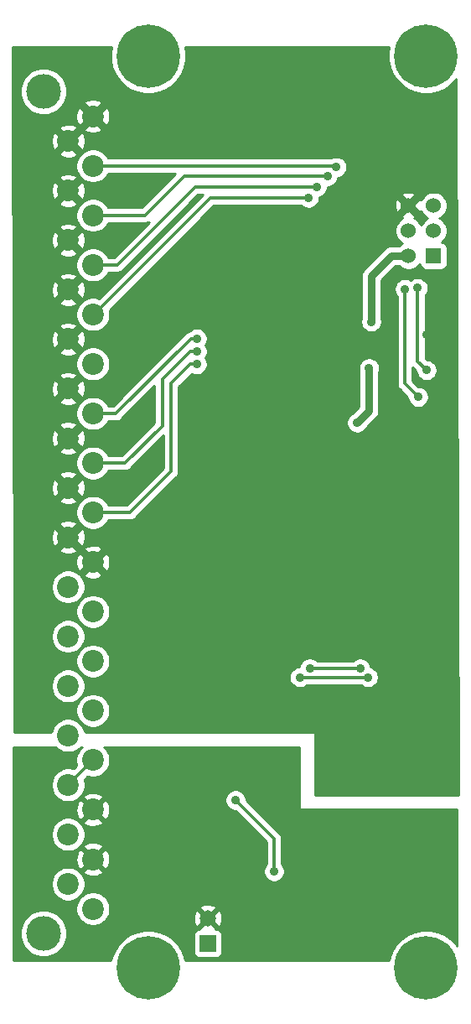
<source format=gbl>
G04 #@! TF.GenerationSoftware,KiCad,Pcbnew,(5.1.5)-3*
G04 #@! TF.CreationDate,2022-01-12T20:14:22+01:00*
G04 #@! TF.ProjectId,gbm8,67626d38-2e6b-4696-9361-645f70636258,0424 - A*
G04 #@! TF.SameCoordinates,Original*
G04 #@! TF.FileFunction,Copper,L2,Bot*
G04 #@! TF.FilePolarity,Positive*
%FSLAX46Y46*%
G04 Gerber Fmt 4.6, Leading zero omitted, Abs format (unit mm)*
G04 Created by KiCad (PCBNEW (5.1.5)-3) date 2022-01-12 20:14:22*
%MOMM*%
%LPD*%
G04 APERTURE LIST*
%ADD10C,6.400800*%
%ADD11R,1.651000X1.651000*%
%ADD12C,1.651000*%
%ADD13C,2.199640*%
%ADD14C,3.500120*%
%ADD15R,1.524000X1.524000*%
%ADD16C,1.524000*%
%ADD17C,0.889000*%
%ADD18C,0.762000*%
%ADD19C,0.304800*%
%ADD20C,0.254000*%
G04 APERTURE END LIST*
D10*
X145288000Y-54864000D03*
X173355000Y-54864000D03*
X145288000Y-146939000D03*
X173355000Y-146939000D03*
D11*
X151300000Y-144470000D03*
D12*
X151300000Y-141930000D03*
D13*
X139700000Y-60965080D03*
X139700000Y-140964920D03*
D14*
X134698740Y-143466820D03*
D13*
X137200640Y-63464440D03*
X137198100Y-103464360D03*
X137198100Y-108465620D03*
X137198100Y-118465600D03*
X137198100Y-113464340D03*
X137198100Y-133464300D03*
X137198100Y-138465560D03*
X137198100Y-128465580D03*
X137198100Y-123464320D03*
X137198100Y-83464400D03*
X137198100Y-88465660D03*
X137198100Y-98465640D03*
X137198100Y-93464380D03*
X137198100Y-73464420D03*
X137198100Y-78465680D03*
X137198100Y-68465700D03*
X139700000Y-65966340D03*
X139700000Y-75966320D03*
X139700000Y-70965060D03*
X139700000Y-90965020D03*
X139700000Y-95966280D03*
X139700000Y-85966300D03*
X139700000Y-80965040D03*
X139700000Y-120964960D03*
X139700000Y-125966220D03*
X139700000Y-135966200D03*
X139700000Y-130964940D03*
X139700000Y-110964980D03*
X139700000Y-115966240D03*
X139700000Y-105966260D03*
X139700000Y-100965000D03*
D14*
X134698740Y-58465720D03*
D15*
X174117000Y-75057000D03*
D16*
X171577000Y-75057000D03*
X174117000Y-72517000D03*
X171577000Y-72517000D03*
X174117000Y-69977000D03*
X171577000Y-69977000D03*
D17*
X166400000Y-91900000D03*
X167600000Y-86400000D03*
X167800000Y-81700012D03*
X150200006Y-86000000D03*
X150200000Y-84700000D03*
X150199998Y-83400000D03*
X161500000Y-69199996D03*
X162299998Y-68100000D03*
X163400000Y-66999998D03*
X164300004Y-66100000D03*
X161512000Y-85471000D03*
X166084000Y-87884000D03*
X166200000Y-76200000D03*
X151600000Y-87400000D03*
X166400000Y-96900000D03*
X173400000Y-83000000D03*
X156300000Y-58700000D03*
X156300000Y-63400000D03*
X156300000Y-73500000D03*
X141700000Y-63500000D03*
X142000000Y-73500000D03*
X141800000Y-88500000D03*
X141800000Y-93500000D03*
X141500000Y-98500000D03*
X141600000Y-103400000D03*
X156300000Y-93300000D03*
X156300000Y-98500000D03*
X156300000Y-103500000D03*
X156300000Y-89000000D03*
X174100000Y-77800000D03*
X156300000Y-78049090D03*
X141900000Y-68500000D03*
X165600000Y-123300000D03*
X168800000Y-82900000D03*
X160100000Y-121100000D03*
X162900000Y-120800000D03*
X148100000Y-118800000D03*
X172100000Y-125500000D03*
X175000000Y-125500000D03*
X172800000Y-128200000D03*
X175400000Y-126700000D03*
X152700000Y-119000000D03*
X152500000Y-135600000D03*
X146600000Y-131300000D03*
X142800000Y-137100000D03*
X160100000Y-125900000D03*
X148100000Y-127900000D03*
X175400000Y-137500000D03*
X172700000Y-135800000D03*
X159200000Y-142500000D03*
X156100000Y-140800000D03*
X156500000Y-128000000D03*
X173800000Y-138800000D03*
X159400000Y-136900000D03*
X172549100Y-89300000D03*
X171200000Y-78400000D03*
X161600000Y-116700000D03*
X166700000Y-116700000D03*
X173400000Y-86600000D03*
X172500000Y-78300000D03*
X160600000Y-117600000D03*
X167500000Y-117600000D03*
X154100000Y-130000000D03*
X158000000Y-137200000D03*
D18*
X171577000Y-75057000D02*
X169900000Y-75057000D01*
X167600000Y-90700000D02*
X167600000Y-86400000D01*
X166400000Y-91900000D02*
X167600000Y-90700000D01*
X167800000Y-81071395D02*
X167800000Y-81700012D01*
X167800000Y-77100000D02*
X167800000Y-81071395D01*
X169843000Y-75057000D02*
X167800000Y-77100000D01*
D19*
X139697460Y-125966220D02*
X139700000Y-125966220D01*
X137198100Y-128465580D02*
X139697460Y-125966220D01*
X149500000Y-86000000D02*
X150200006Y-86000000D01*
X147600000Y-96800000D02*
X147600000Y-87900000D01*
X147600000Y-87900000D02*
X149500000Y-86000000D01*
X139700000Y-100965000D02*
X143435000Y-100965000D01*
X143435000Y-100965000D02*
X147600000Y-96800000D01*
X149500000Y-84700000D02*
X150200000Y-84700000D01*
X146700000Y-87500000D02*
X149500000Y-84700000D01*
X146700000Y-92200000D02*
X146700000Y-87500000D01*
X139700000Y-95966280D02*
X142933720Y-95966280D01*
X142933720Y-95966280D02*
X146700000Y-92200000D01*
X149600000Y-83400000D02*
X150199998Y-83400000D01*
X139700000Y-90965020D02*
X142034980Y-90965020D01*
X142034980Y-90965020D02*
X149600000Y-83400000D01*
X161499996Y-69200000D02*
X161500000Y-69199996D01*
X151600000Y-69200000D02*
X159499996Y-69200000D01*
X139700000Y-80965040D02*
X139834960Y-80965040D01*
X139834960Y-80965040D02*
X151600000Y-69200000D01*
X159500000Y-69199996D02*
X161500000Y-69199996D01*
X159499996Y-69200000D02*
X159500000Y-69199996D01*
X142133680Y-75966320D02*
X139700000Y-75966320D01*
X162299998Y-68100000D02*
X150000000Y-68100000D01*
X150000000Y-68100000D02*
X142133680Y-75966320D01*
X148900002Y-66999998D02*
X163400000Y-66999998D01*
X139700000Y-70965060D02*
X144934940Y-70965060D01*
X144934940Y-70965060D02*
X148900002Y-66999998D01*
X164166344Y-65966340D02*
X164300004Y-66100000D01*
X139700000Y-65966340D02*
X164166344Y-65966340D01*
X172549100Y-89300000D02*
X171200000Y-87950900D01*
X171200000Y-87950900D02*
X171200000Y-78400000D01*
X161600000Y-116700000D02*
X166700000Y-116700000D01*
X173400000Y-86600000D02*
X172500000Y-85700000D01*
X172500000Y-85700000D02*
X172500000Y-78300000D01*
X160600000Y-117600000D02*
X167500000Y-117600000D01*
X158000000Y-136571383D02*
X158000000Y-137200000D01*
X158000000Y-133900000D02*
X158000000Y-136571383D01*
X154100000Y-130000000D02*
X158000000Y-133900000D01*
D20*
G36*
X141452600Y-54486246D02*
G01*
X141452600Y-55241754D01*
X141599992Y-55982745D01*
X141889112Y-56680743D01*
X142308850Y-57308925D01*
X142843075Y-57843150D01*
X143471257Y-58262888D01*
X144169255Y-58552008D01*
X144910246Y-58699400D01*
X145665754Y-58699400D01*
X146406745Y-58552008D01*
X147104743Y-58262888D01*
X147732925Y-57843150D01*
X148267150Y-57308925D01*
X148686888Y-56680743D01*
X148976008Y-55982745D01*
X149123400Y-55241754D01*
X149123400Y-54486246D01*
X149021707Y-53975000D01*
X169621293Y-53975000D01*
X169519600Y-54486246D01*
X169519600Y-55241754D01*
X169666992Y-55982745D01*
X169956112Y-56680743D01*
X170375850Y-57308925D01*
X170910075Y-57843150D01*
X171538257Y-58262888D01*
X172236255Y-58552008D01*
X172977246Y-58699400D01*
X173732754Y-58699400D01*
X174473745Y-58552008D01*
X175171743Y-58262888D01*
X175799925Y-57843150D01*
X176334150Y-57308925D01*
X176412379Y-57191847D01*
X176615143Y-129473000D01*
X162127000Y-129473000D01*
X162127000Y-123300000D01*
X162124560Y-123275224D01*
X162117333Y-123251399D01*
X162105597Y-123229443D01*
X162089803Y-123210197D01*
X162070557Y-123194403D01*
X162048601Y-123182667D01*
X162024776Y-123175440D01*
X162000000Y-123173000D01*
X138908960Y-123173000D01*
X138866252Y-122958292D01*
X138735477Y-122642575D01*
X138545623Y-122358437D01*
X138303983Y-122116797D01*
X138019845Y-121926943D01*
X137704128Y-121796168D01*
X137368965Y-121729500D01*
X137027235Y-121729500D01*
X136692072Y-121796168D01*
X136376355Y-121926943D01*
X136092217Y-122116797D01*
X135850577Y-122358437D01*
X135660723Y-122642575D01*
X135529948Y-122958292D01*
X135487240Y-123173000D01*
X131784112Y-123173000D01*
X131776834Y-120794095D01*
X137965180Y-120794095D01*
X137965180Y-121135825D01*
X138031848Y-121470988D01*
X138162623Y-121786705D01*
X138352477Y-122070843D01*
X138594117Y-122312483D01*
X138878255Y-122502337D01*
X139193972Y-122633112D01*
X139529135Y-122699780D01*
X139870865Y-122699780D01*
X140206028Y-122633112D01*
X140521745Y-122502337D01*
X140805883Y-122312483D01*
X141047523Y-122070843D01*
X141237377Y-121786705D01*
X141368152Y-121470988D01*
X141434820Y-121135825D01*
X141434820Y-120794095D01*
X141368152Y-120458932D01*
X141237377Y-120143215D01*
X141047523Y-119859077D01*
X140805883Y-119617437D01*
X140521745Y-119427583D01*
X140206028Y-119296808D01*
X139870865Y-119230140D01*
X139529135Y-119230140D01*
X139193972Y-119296808D01*
X138878255Y-119427583D01*
X138594117Y-119617437D01*
X138352477Y-119859077D01*
X138162623Y-120143215D01*
X138031848Y-120458932D01*
X137965180Y-120794095D01*
X131776834Y-120794095D01*
X131769187Y-118294735D01*
X135463280Y-118294735D01*
X135463280Y-118636465D01*
X135529948Y-118971628D01*
X135660723Y-119287345D01*
X135850577Y-119571483D01*
X136092217Y-119813123D01*
X136376355Y-120002977D01*
X136692072Y-120133752D01*
X137027235Y-120200420D01*
X137368965Y-120200420D01*
X137704128Y-120133752D01*
X138019845Y-120002977D01*
X138303983Y-119813123D01*
X138545623Y-119571483D01*
X138735477Y-119287345D01*
X138866252Y-118971628D01*
X138932920Y-118636465D01*
X138932920Y-118294735D01*
X138866252Y-117959572D01*
X138735477Y-117643855D01*
X138545623Y-117359717D01*
X138303983Y-117118077D01*
X138019845Y-116928223D01*
X137704128Y-116797448D01*
X137368965Y-116730780D01*
X137027235Y-116730780D01*
X136692072Y-116797448D01*
X136376355Y-116928223D01*
X136092217Y-117118077D01*
X135850577Y-117359717D01*
X135660723Y-117643855D01*
X135529948Y-117959572D01*
X135463280Y-118294735D01*
X131769187Y-118294735D01*
X131761540Y-115795375D01*
X137965180Y-115795375D01*
X137965180Y-116137105D01*
X138031848Y-116472268D01*
X138162623Y-116787985D01*
X138352477Y-117072123D01*
X138594117Y-117313763D01*
X138878255Y-117503617D01*
X139193972Y-117634392D01*
X139529135Y-117701060D01*
X139870865Y-117701060D01*
X140206028Y-117634392D01*
X140521745Y-117503617D01*
X140536618Y-117493679D01*
X159520500Y-117493679D01*
X159520500Y-117706321D01*
X159561985Y-117914878D01*
X159643360Y-118111335D01*
X159761498Y-118288141D01*
X159911859Y-118438502D01*
X160088665Y-118556640D01*
X160285122Y-118638015D01*
X160493679Y-118679500D01*
X160706321Y-118679500D01*
X160914878Y-118638015D01*
X161111335Y-118556640D01*
X161288141Y-118438502D01*
X161339243Y-118387400D01*
X166760757Y-118387400D01*
X166811859Y-118438502D01*
X166988665Y-118556640D01*
X167185122Y-118638015D01*
X167393679Y-118679500D01*
X167606321Y-118679500D01*
X167814878Y-118638015D01*
X168011335Y-118556640D01*
X168188141Y-118438502D01*
X168338502Y-118288141D01*
X168456640Y-118111335D01*
X168538015Y-117914878D01*
X168579500Y-117706321D01*
X168579500Y-117493679D01*
X168538015Y-117285122D01*
X168456640Y-117088665D01*
X168338502Y-116911859D01*
X168188141Y-116761498D01*
X168011335Y-116643360D01*
X167814878Y-116561985D01*
X167771478Y-116553352D01*
X167738015Y-116385122D01*
X167656640Y-116188665D01*
X167538502Y-116011859D01*
X167388141Y-115861498D01*
X167211335Y-115743360D01*
X167014878Y-115661985D01*
X166806321Y-115620500D01*
X166593679Y-115620500D01*
X166385122Y-115661985D01*
X166188665Y-115743360D01*
X166011859Y-115861498D01*
X165960757Y-115912600D01*
X162339243Y-115912600D01*
X162288141Y-115861498D01*
X162111335Y-115743360D01*
X161914878Y-115661985D01*
X161706321Y-115620500D01*
X161493679Y-115620500D01*
X161285122Y-115661985D01*
X161088665Y-115743360D01*
X160911859Y-115861498D01*
X160761498Y-116011859D01*
X160643360Y-116188665D01*
X160561985Y-116385122D01*
X160535056Y-116520500D01*
X160493679Y-116520500D01*
X160285122Y-116561985D01*
X160088665Y-116643360D01*
X159911859Y-116761498D01*
X159761498Y-116911859D01*
X159643360Y-117088665D01*
X159561985Y-117285122D01*
X159520500Y-117493679D01*
X140536618Y-117493679D01*
X140805883Y-117313763D01*
X141047523Y-117072123D01*
X141237377Y-116787985D01*
X141368152Y-116472268D01*
X141434820Y-116137105D01*
X141434820Y-115795375D01*
X141368152Y-115460212D01*
X141237377Y-115144495D01*
X141047523Y-114860357D01*
X140805883Y-114618717D01*
X140521745Y-114428863D01*
X140206028Y-114298088D01*
X139870865Y-114231420D01*
X139529135Y-114231420D01*
X139193972Y-114298088D01*
X138878255Y-114428863D01*
X138594117Y-114618717D01*
X138352477Y-114860357D01*
X138162623Y-115144495D01*
X138031848Y-115460212D01*
X137965180Y-115795375D01*
X131761540Y-115795375D01*
X131753885Y-113293475D01*
X135463280Y-113293475D01*
X135463280Y-113635205D01*
X135529948Y-113970368D01*
X135660723Y-114286085D01*
X135850577Y-114570223D01*
X136092217Y-114811863D01*
X136376355Y-115001717D01*
X136692072Y-115132492D01*
X137027235Y-115199160D01*
X137368965Y-115199160D01*
X137704128Y-115132492D01*
X138019845Y-115001717D01*
X138303983Y-114811863D01*
X138545623Y-114570223D01*
X138735477Y-114286085D01*
X138866252Y-113970368D01*
X138932920Y-113635205D01*
X138932920Y-113293475D01*
X138866252Y-112958312D01*
X138735477Y-112642595D01*
X138545623Y-112358457D01*
X138303983Y-112116817D01*
X138019845Y-111926963D01*
X137704128Y-111796188D01*
X137368965Y-111729520D01*
X137027235Y-111729520D01*
X136692072Y-111796188D01*
X136376355Y-111926963D01*
X136092217Y-112116817D01*
X135850577Y-112358457D01*
X135660723Y-112642595D01*
X135529948Y-112958312D01*
X135463280Y-113293475D01*
X131753885Y-113293475D01*
X131746238Y-110794115D01*
X137965180Y-110794115D01*
X137965180Y-111135845D01*
X138031848Y-111471008D01*
X138162623Y-111786725D01*
X138352477Y-112070863D01*
X138594117Y-112312503D01*
X138878255Y-112502357D01*
X139193972Y-112633132D01*
X139529135Y-112699800D01*
X139870865Y-112699800D01*
X140206028Y-112633132D01*
X140521745Y-112502357D01*
X140805883Y-112312503D01*
X141047523Y-112070863D01*
X141237377Y-111786725D01*
X141368152Y-111471008D01*
X141434820Y-111135845D01*
X141434820Y-110794115D01*
X141368152Y-110458952D01*
X141237377Y-110143235D01*
X141047523Y-109859097D01*
X140805883Y-109617457D01*
X140521745Y-109427603D01*
X140206028Y-109296828D01*
X139870865Y-109230160D01*
X139529135Y-109230160D01*
X139193972Y-109296828D01*
X138878255Y-109427603D01*
X138594117Y-109617457D01*
X138352477Y-109859097D01*
X138162623Y-110143235D01*
X138031848Y-110458952D01*
X137965180Y-110794115D01*
X131746238Y-110794115D01*
X131738591Y-108294755D01*
X135463280Y-108294755D01*
X135463280Y-108636485D01*
X135529948Y-108971648D01*
X135660723Y-109287365D01*
X135850577Y-109571503D01*
X136092217Y-109813143D01*
X136376355Y-110002997D01*
X136692072Y-110133772D01*
X137027235Y-110200440D01*
X137368965Y-110200440D01*
X137704128Y-110133772D01*
X138019845Y-110002997D01*
X138303983Y-109813143D01*
X138545623Y-109571503D01*
X138735477Y-109287365D01*
X138866252Y-108971648D01*
X138932920Y-108636485D01*
X138932920Y-108294755D01*
X138866252Y-107959592D01*
X138735477Y-107643875D01*
X138545623Y-107359737D01*
X138437647Y-107251761D01*
X138773709Y-107251761D01*
X138891790Y-107510796D01*
X139208643Y-107638792D01*
X139544379Y-107702514D01*
X139886095Y-107699513D01*
X140220660Y-107629904D01*
X140508210Y-107510796D01*
X140626291Y-107251761D01*
X139700000Y-106325470D01*
X138773709Y-107251761D01*
X138437647Y-107251761D01*
X138303983Y-107118097D01*
X138019845Y-106928243D01*
X137704128Y-106797468D01*
X137368965Y-106730800D01*
X137027235Y-106730800D01*
X136692072Y-106797468D01*
X136376355Y-106928243D01*
X136092217Y-107118097D01*
X135850577Y-107359737D01*
X135660723Y-107643875D01*
X135529948Y-107959592D01*
X135463280Y-108294755D01*
X131738591Y-108294755D01*
X131730991Y-105810639D01*
X137963746Y-105810639D01*
X137966747Y-106152355D01*
X138036356Y-106486920D01*
X138155464Y-106774470D01*
X138414499Y-106892551D01*
X139340790Y-105966260D01*
X140059210Y-105966260D01*
X140985501Y-106892551D01*
X141244536Y-106774470D01*
X141372532Y-106457617D01*
X141436254Y-106121881D01*
X141433253Y-105780165D01*
X141363644Y-105445600D01*
X141244536Y-105158050D01*
X140985501Y-105039969D01*
X140059210Y-105966260D01*
X139340790Y-105966260D01*
X138414499Y-105039969D01*
X138155464Y-105158050D01*
X138027468Y-105474903D01*
X137963746Y-105810639D01*
X131730991Y-105810639D01*
X131727745Y-104749861D01*
X136271809Y-104749861D01*
X136389890Y-105008896D01*
X136706743Y-105136892D01*
X137042479Y-105200614D01*
X137384195Y-105197613D01*
X137718760Y-105128004D01*
X138006310Y-105008896D01*
X138124391Y-104749861D01*
X138055289Y-104680759D01*
X138773709Y-104680759D01*
X139700000Y-105607050D01*
X140626291Y-104680759D01*
X140508210Y-104421724D01*
X140191357Y-104293728D01*
X139855621Y-104230006D01*
X139513905Y-104233007D01*
X139179340Y-104302616D01*
X138891790Y-104421724D01*
X138773709Y-104680759D01*
X138055289Y-104680759D01*
X137198100Y-103823570D01*
X136271809Y-104749861D01*
X131727745Y-104749861D01*
X131723335Y-103308739D01*
X135461846Y-103308739D01*
X135464847Y-103650455D01*
X135534456Y-103985020D01*
X135653564Y-104272570D01*
X135912599Y-104390651D01*
X136838890Y-103464360D01*
X137557310Y-103464360D01*
X138483601Y-104390651D01*
X138742636Y-104272570D01*
X138870632Y-103955717D01*
X138934354Y-103619981D01*
X138931353Y-103278265D01*
X138861744Y-102943700D01*
X138742636Y-102656150D01*
X138483601Y-102538069D01*
X137557310Y-103464360D01*
X136838890Y-103464360D01*
X135912599Y-102538069D01*
X135653564Y-102656150D01*
X135525568Y-102973003D01*
X135461846Y-103308739D01*
X131723335Y-103308739D01*
X131719879Y-102178859D01*
X136271809Y-102178859D01*
X137198100Y-103105150D01*
X138124391Y-102178859D01*
X138006310Y-101919824D01*
X137689457Y-101791828D01*
X137353721Y-101728106D01*
X137012005Y-101731107D01*
X136677440Y-101800716D01*
X136389890Y-101919824D01*
X136271809Y-102178859D01*
X131719879Y-102178859D01*
X131712451Y-99751141D01*
X136271809Y-99751141D01*
X136389890Y-100010176D01*
X136706743Y-100138172D01*
X137042479Y-100201894D01*
X137384195Y-100198893D01*
X137718760Y-100129284D01*
X138006310Y-100010176D01*
X138124391Y-99751141D01*
X137198100Y-98824850D01*
X136271809Y-99751141D01*
X131712451Y-99751141D01*
X131708041Y-98310019D01*
X135461846Y-98310019D01*
X135464847Y-98651735D01*
X135534456Y-98986300D01*
X135653564Y-99273850D01*
X135912599Y-99391931D01*
X136838890Y-98465640D01*
X137557310Y-98465640D01*
X138483601Y-99391931D01*
X138742636Y-99273850D01*
X138870632Y-98956997D01*
X138934354Y-98621261D01*
X138931353Y-98279545D01*
X138861744Y-97944980D01*
X138742636Y-97657430D01*
X138483601Y-97539349D01*
X137557310Y-98465640D01*
X136838890Y-98465640D01*
X135912599Y-97539349D01*
X135653564Y-97657430D01*
X135525568Y-97974283D01*
X135461846Y-98310019D01*
X131708041Y-98310019D01*
X131704584Y-97180139D01*
X136271809Y-97180139D01*
X137198100Y-98106430D01*
X138124391Y-97180139D01*
X138006310Y-96921104D01*
X137689457Y-96793108D01*
X137353721Y-96729386D01*
X137012005Y-96732387D01*
X136677440Y-96801996D01*
X136389890Y-96921104D01*
X136271809Y-97180139D01*
X131704584Y-97180139D01*
X131697149Y-94749881D01*
X136271809Y-94749881D01*
X136389890Y-95008916D01*
X136706743Y-95136912D01*
X137042479Y-95200634D01*
X137384195Y-95197633D01*
X137718760Y-95128024D01*
X138006310Y-95008916D01*
X138124391Y-94749881D01*
X137198100Y-93823590D01*
X136271809Y-94749881D01*
X131697149Y-94749881D01*
X131692739Y-93308759D01*
X135461846Y-93308759D01*
X135464847Y-93650475D01*
X135534456Y-93985040D01*
X135653564Y-94272590D01*
X135912599Y-94390671D01*
X136838890Y-93464380D01*
X137557310Y-93464380D01*
X138483601Y-94390671D01*
X138742636Y-94272590D01*
X138870632Y-93955737D01*
X138934354Y-93620001D01*
X138931353Y-93278285D01*
X138861744Y-92943720D01*
X138742636Y-92656170D01*
X138483601Y-92538089D01*
X137557310Y-93464380D01*
X136838890Y-93464380D01*
X135912599Y-92538089D01*
X135653564Y-92656170D01*
X135525568Y-92973023D01*
X135461846Y-93308759D01*
X131692739Y-93308759D01*
X131689283Y-92178879D01*
X136271809Y-92178879D01*
X137198100Y-93105170D01*
X138124391Y-92178879D01*
X138006310Y-91919844D01*
X137689457Y-91791848D01*
X137353721Y-91728126D01*
X137012005Y-91731127D01*
X136677440Y-91800736D01*
X136389890Y-91919844D01*
X136271809Y-92178879D01*
X131689283Y-92178879D01*
X131685047Y-90794155D01*
X137965180Y-90794155D01*
X137965180Y-91135885D01*
X138031848Y-91471048D01*
X138162623Y-91786765D01*
X138352477Y-92070903D01*
X138594117Y-92312543D01*
X138878255Y-92502397D01*
X139193972Y-92633172D01*
X139529135Y-92699840D01*
X139870865Y-92699840D01*
X140206028Y-92633172D01*
X140521745Y-92502397D01*
X140805883Y-92312543D01*
X141047523Y-92070903D01*
X141237377Y-91786765D01*
X141251603Y-91752420D01*
X141996317Y-91752420D01*
X142034980Y-91756228D01*
X142073643Y-91752420D01*
X142073653Y-91752420D01*
X142189337Y-91741026D01*
X142337763Y-91696002D01*
X142474552Y-91622886D01*
X142594449Y-91524489D01*
X142619108Y-91494442D01*
X145912601Y-88200950D01*
X145912600Y-91873848D01*
X142607570Y-95178880D01*
X141251603Y-95178880D01*
X141237377Y-95144535D01*
X141047523Y-94860397D01*
X140805883Y-94618757D01*
X140521745Y-94428903D01*
X140206028Y-94298128D01*
X139870865Y-94231460D01*
X139529135Y-94231460D01*
X139193972Y-94298128D01*
X138878255Y-94428903D01*
X138594117Y-94618757D01*
X138352477Y-94860397D01*
X138162623Y-95144535D01*
X138031848Y-95460252D01*
X137965180Y-95795415D01*
X137965180Y-96137145D01*
X138031848Y-96472308D01*
X138162623Y-96788025D01*
X138352477Y-97072163D01*
X138594117Y-97313803D01*
X138878255Y-97503657D01*
X139193972Y-97634432D01*
X139529135Y-97701100D01*
X139870865Y-97701100D01*
X140206028Y-97634432D01*
X140521745Y-97503657D01*
X140805883Y-97313803D01*
X141047523Y-97072163D01*
X141237377Y-96788025D01*
X141251603Y-96753680D01*
X142895057Y-96753680D01*
X142933720Y-96757488D01*
X142972383Y-96753680D01*
X142972393Y-96753680D01*
X143088077Y-96742286D01*
X143236503Y-96697262D01*
X143373292Y-96624146D01*
X143493189Y-96525749D01*
X143517848Y-96495702D01*
X146812600Y-93200951D01*
X146812600Y-96473848D01*
X143108850Y-100177600D01*
X141251603Y-100177600D01*
X141237377Y-100143255D01*
X141047523Y-99859117D01*
X140805883Y-99617477D01*
X140521745Y-99427623D01*
X140206028Y-99296848D01*
X139870865Y-99230180D01*
X139529135Y-99230180D01*
X139193972Y-99296848D01*
X138878255Y-99427623D01*
X138594117Y-99617477D01*
X138352477Y-99859117D01*
X138162623Y-100143255D01*
X138031848Y-100458972D01*
X137965180Y-100794135D01*
X137965180Y-101135865D01*
X138031848Y-101471028D01*
X138162623Y-101786745D01*
X138352477Y-102070883D01*
X138594117Y-102312523D01*
X138878255Y-102502377D01*
X139193972Y-102633152D01*
X139529135Y-102699820D01*
X139870865Y-102699820D01*
X140206028Y-102633152D01*
X140521745Y-102502377D01*
X140805883Y-102312523D01*
X141047523Y-102070883D01*
X141237377Y-101786745D01*
X141251603Y-101752400D01*
X143396337Y-101752400D01*
X143435000Y-101756208D01*
X143473663Y-101752400D01*
X143473673Y-101752400D01*
X143589357Y-101741006D01*
X143737783Y-101695982D01*
X143874572Y-101622866D01*
X143994469Y-101524469D01*
X144019128Y-101494422D01*
X148129434Y-97384118D01*
X148159469Y-97359469D01*
X148257866Y-97239572D01*
X148330982Y-97102783D01*
X148376006Y-96954357D01*
X148387400Y-96838673D01*
X148387400Y-96838664D01*
X148391208Y-96800001D01*
X148387400Y-96761338D01*
X148387400Y-91793679D01*
X165320500Y-91793679D01*
X165320500Y-92006321D01*
X165361985Y-92214878D01*
X165443360Y-92411335D01*
X165561498Y-92588141D01*
X165711859Y-92738502D01*
X165888665Y-92856640D01*
X166085122Y-92938015D01*
X166293679Y-92979500D01*
X166506321Y-92979500D01*
X166714878Y-92938015D01*
X166911335Y-92856640D01*
X167088141Y-92738502D01*
X167238502Y-92588141D01*
X167356640Y-92411335D01*
X167378656Y-92358185D01*
X168283133Y-91453708D01*
X168321896Y-91421896D01*
X168448860Y-91267190D01*
X168543202Y-91090687D01*
X168601298Y-90899171D01*
X168616000Y-90749902D01*
X168616000Y-90749895D01*
X168620914Y-90700001D01*
X168616000Y-90650107D01*
X168616000Y-86768027D01*
X168638015Y-86714878D01*
X168679500Y-86506321D01*
X168679500Y-86293679D01*
X168638015Y-86085122D01*
X168556640Y-85888665D01*
X168438502Y-85711859D01*
X168288141Y-85561498D01*
X168111335Y-85443360D01*
X167914878Y-85361985D01*
X167706321Y-85320500D01*
X167493679Y-85320500D01*
X167285122Y-85361985D01*
X167088665Y-85443360D01*
X166911859Y-85561498D01*
X166761498Y-85711859D01*
X166643360Y-85888665D01*
X166561985Y-86085122D01*
X166520500Y-86293679D01*
X166520500Y-86506321D01*
X166561985Y-86714878D01*
X166584001Y-86768029D01*
X166584000Y-90279159D01*
X165941815Y-90921344D01*
X165888665Y-90943360D01*
X165711859Y-91061498D01*
X165561498Y-91211859D01*
X165443360Y-91388665D01*
X165361985Y-91585122D01*
X165320500Y-91793679D01*
X148387400Y-91793679D01*
X148387400Y-88226150D01*
X149669632Y-86943919D01*
X149688671Y-86956640D01*
X149885128Y-87038015D01*
X150093685Y-87079500D01*
X150306327Y-87079500D01*
X150514884Y-87038015D01*
X150711341Y-86956640D01*
X150888147Y-86838502D01*
X151038508Y-86688141D01*
X151156646Y-86511335D01*
X151238021Y-86314878D01*
X151279506Y-86106321D01*
X151279506Y-85893679D01*
X151238021Y-85685122D01*
X151156646Y-85488665D01*
X151063990Y-85349996D01*
X151156640Y-85211335D01*
X151238015Y-85014878D01*
X151279500Y-84806321D01*
X151279500Y-84593679D01*
X151238015Y-84385122D01*
X151156640Y-84188665D01*
X151063986Y-84049999D01*
X151156638Y-83911335D01*
X151238013Y-83714878D01*
X151279498Y-83506321D01*
X151279498Y-83293679D01*
X151238013Y-83085122D01*
X151156638Y-82888665D01*
X151038500Y-82711859D01*
X150888139Y-82561498D01*
X150711333Y-82443360D01*
X150514876Y-82361985D01*
X150306319Y-82320500D01*
X150093677Y-82320500D01*
X149885120Y-82361985D01*
X149688663Y-82443360D01*
X149511857Y-82561498D01*
X149449767Y-82623588D01*
X149445643Y-82623994D01*
X149339506Y-82656190D01*
X149297217Y-82669018D01*
X149160427Y-82742134D01*
X149114883Y-82779512D01*
X149040531Y-82840531D01*
X149015877Y-82870572D01*
X141708830Y-90177620D01*
X141251603Y-90177620D01*
X141237377Y-90143275D01*
X141047523Y-89859137D01*
X140805883Y-89617497D01*
X140521745Y-89427643D01*
X140206028Y-89296868D01*
X139870865Y-89230200D01*
X139529135Y-89230200D01*
X139193972Y-89296868D01*
X138878255Y-89427643D01*
X138594117Y-89617497D01*
X138352477Y-89859137D01*
X138162623Y-90143275D01*
X138031848Y-90458992D01*
X137965180Y-90794155D01*
X131685047Y-90794155D01*
X131681855Y-89751161D01*
X136271809Y-89751161D01*
X136389890Y-90010196D01*
X136706743Y-90138192D01*
X137042479Y-90201914D01*
X137384195Y-90198913D01*
X137718760Y-90129304D01*
X138006310Y-90010196D01*
X138124391Y-89751161D01*
X137198100Y-88824870D01*
X136271809Y-89751161D01*
X131681855Y-89751161D01*
X131677445Y-88310039D01*
X135461846Y-88310039D01*
X135464847Y-88651755D01*
X135534456Y-88986320D01*
X135653564Y-89273870D01*
X135912599Y-89391951D01*
X136838890Y-88465660D01*
X137557310Y-88465660D01*
X138483601Y-89391951D01*
X138742636Y-89273870D01*
X138870632Y-88957017D01*
X138934354Y-88621281D01*
X138931353Y-88279565D01*
X138861744Y-87945000D01*
X138742636Y-87657450D01*
X138483601Y-87539369D01*
X137557310Y-88465660D01*
X136838890Y-88465660D01*
X135912599Y-87539369D01*
X135653564Y-87657450D01*
X135525568Y-87974303D01*
X135461846Y-88310039D01*
X131677445Y-88310039D01*
X131673988Y-87180159D01*
X136271809Y-87180159D01*
X137198100Y-88106450D01*
X138124391Y-87180159D01*
X138006310Y-86921124D01*
X137689457Y-86793128D01*
X137353721Y-86729406D01*
X137012005Y-86732407D01*
X136677440Y-86802016D01*
X136389890Y-86921124D01*
X136271809Y-87180159D01*
X131673988Y-87180159D01*
X131669752Y-85795435D01*
X137965180Y-85795435D01*
X137965180Y-86137165D01*
X138031848Y-86472328D01*
X138162623Y-86788045D01*
X138352477Y-87072183D01*
X138594117Y-87313823D01*
X138878255Y-87503677D01*
X139193972Y-87634452D01*
X139529135Y-87701120D01*
X139870865Y-87701120D01*
X140206028Y-87634452D01*
X140521745Y-87503677D01*
X140805883Y-87313823D01*
X141047523Y-87072183D01*
X141237377Y-86788045D01*
X141368152Y-86472328D01*
X141434820Y-86137165D01*
X141434820Y-85795435D01*
X141368152Y-85460272D01*
X141237377Y-85144555D01*
X141047523Y-84860417D01*
X140805883Y-84618777D01*
X140521745Y-84428923D01*
X140206028Y-84298148D01*
X139870865Y-84231480D01*
X139529135Y-84231480D01*
X139193972Y-84298148D01*
X138878255Y-84428923D01*
X138594117Y-84618777D01*
X138352477Y-84860417D01*
X138162623Y-85144555D01*
X138031848Y-85460272D01*
X137965180Y-85795435D01*
X131669752Y-85795435D01*
X131666553Y-84749901D01*
X136271809Y-84749901D01*
X136389890Y-85008936D01*
X136706743Y-85136932D01*
X137042479Y-85200654D01*
X137384195Y-85197653D01*
X137718760Y-85128044D01*
X138006310Y-85008936D01*
X138124391Y-84749901D01*
X137198100Y-83823610D01*
X136271809Y-84749901D01*
X131666553Y-84749901D01*
X131662143Y-83308779D01*
X135461846Y-83308779D01*
X135464847Y-83650495D01*
X135534456Y-83985060D01*
X135653564Y-84272610D01*
X135912599Y-84390691D01*
X136838890Y-83464400D01*
X137557310Y-83464400D01*
X138483601Y-84390691D01*
X138742636Y-84272610D01*
X138870632Y-83955757D01*
X138934354Y-83620021D01*
X138931353Y-83278305D01*
X138861744Y-82943740D01*
X138742636Y-82656190D01*
X138483601Y-82538109D01*
X137557310Y-83464400D01*
X136838890Y-83464400D01*
X135912599Y-82538109D01*
X135653564Y-82656190D01*
X135525568Y-82973043D01*
X135461846Y-83308779D01*
X131662143Y-83308779D01*
X131658687Y-82178899D01*
X136271809Y-82178899D01*
X137198100Y-83105190D01*
X138124391Y-82178899D01*
X138006310Y-81919864D01*
X137689457Y-81791868D01*
X137353721Y-81728146D01*
X137012005Y-81731147D01*
X136677440Y-81800756D01*
X136389890Y-81919864D01*
X136271809Y-82178899D01*
X131658687Y-82178899D01*
X131651259Y-79751181D01*
X136271809Y-79751181D01*
X136389890Y-80010216D01*
X136706743Y-80138212D01*
X137042479Y-80201934D01*
X137384195Y-80198933D01*
X137718760Y-80129324D01*
X138006310Y-80010216D01*
X138124391Y-79751181D01*
X137198100Y-78824890D01*
X136271809Y-79751181D01*
X131651259Y-79751181D01*
X131646849Y-78310059D01*
X135461846Y-78310059D01*
X135464847Y-78651775D01*
X135534456Y-78986340D01*
X135653564Y-79273890D01*
X135912599Y-79391971D01*
X136838890Y-78465680D01*
X137557310Y-78465680D01*
X138483601Y-79391971D01*
X138742636Y-79273890D01*
X138870632Y-78957037D01*
X138934354Y-78621301D01*
X138931353Y-78279585D01*
X138861744Y-77945020D01*
X138742636Y-77657470D01*
X138483601Y-77539389D01*
X137557310Y-78465680D01*
X136838890Y-78465680D01*
X135912599Y-77539389D01*
X135653564Y-77657470D01*
X135525568Y-77974323D01*
X135461846Y-78310059D01*
X131646849Y-78310059D01*
X131643392Y-77180179D01*
X136271809Y-77180179D01*
X137198100Y-78106470D01*
X138124391Y-77180179D01*
X138006310Y-76921144D01*
X137689457Y-76793148D01*
X137353721Y-76729426D01*
X137012005Y-76732427D01*
X136677440Y-76802036D01*
X136389890Y-76921144D01*
X136271809Y-77180179D01*
X131643392Y-77180179D01*
X131635957Y-74749921D01*
X136271809Y-74749921D01*
X136389890Y-75008956D01*
X136706743Y-75136952D01*
X137042479Y-75200674D01*
X137384195Y-75197673D01*
X137718760Y-75128064D01*
X138006310Y-75008956D01*
X138124391Y-74749921D01*
X137198100Y-73823630D01*
X136271809Y-74749921D01*
X131635957Y-74749921D01*
X131631547Y-73308799D01*
X135461846Y-73308799D01*
X135464847Y-73650515D01*
X135534456Y-73985080D01*
X135653564Y-74272630D01*
X135912599Y-74390711D01*
X136838890Y-73464420D01*
X137557310Y-73464420D01*
X138483601Y-74390711D01*
X138742636Y-74272630D01*
X138870632Y-73955777D01*
X138934354Y-73620041D01*
X138931353Y-73278325D01*
X138861744Y-72943760D01*
X138742636Y-72656210D01*
X138483601Y-72538129D01*
X137557310Y-73464420D01*
X136838890Y-73464420D01*
X135912599Y-72538129D01*
X135653564Y-72656210D01*
X135525568Y-72973063D01*
X135461846Y-73308799D01*
X131631547Y-73308799D01*
X131628090Y-72178919D01*
X136271809Y-72178919D01*
X137198100Y-73105210D01*
X138124391Y-72178919D01*
X138006310Y-71919884D01*
X137689457Y-71791888D01*
X137353721Y-71728166D01*
X137012005Y-71731167D01*
X136677440Y-71800776D01*
X136389890Y-71919884D01*
X136271809Y-72178919D01*
X131628090Y-72178919D01*
X131620662Y-69751201D01*
X136271809Y-69751201D01*
X136389890Y-70010236D01*
X136706743Y-70138232D01*
X137042479Y-70201954D01*
X137384195Y-70198953D01*
X137718760Y-70129344D01*
X138006310Y-70010236D01*
X138124391Y-69751201D01*
X137198100Y-68824910D01*
X136271809Y-69751201D01*
X131620662Y-69751201D01*
X131616252Y-68310079D01*
X135461846Y-68310079D01*
X135464847Y-68651795D01*
X135534456Y-68986360D01*
X135653564Y-69273910D01*
X135912599Y-69391991D01*
X136838890Y-68465700D01*
X137557310Y-68465700D01*
X138483601Y-69391991D01*
X138742636Y-69273910D01*
X138870632Y-68957057D01*
X138934354Y-68621321D01*
X138931353Y-68279605D01*
X138861744Y-67945040D01*
X138742636Y-67657490D01*
X138483601Y-67539409D01*
X137557310Y-68465700D01*
X136838890Y-68465700D01*
X135912599Y-67539409D01*
X135653564Y-67657490D01*
X135525568Y-67974343D01*
X135461846Y-68310079D01*
X131616252Y-68310079D01*
X131612795Y-67180199D01*
X136271809Y-67180199D01*
X137198100Y-68106490D01*
X138124391Y-67180199D01*
X138006310Y-66921164D01*
X137689457Y-66793168D01*
X137353721Y-66729446D01*
X137012005Y-66732447D01*
X136677440Y-66802056D01*
X136389890Y-66921164D01*
X136271809Y-67180199D01*
X131612795Y-67180199D01*
X131608559Y-65795475D01*
X137965180Y-65795475D01*
X137965180Y-66137205D01*
X138031848Y-66472368D01*
X138162623Y-66788085D01*
X138352477Y-67072223D01*
X138594117Y-67313863D01*
X138878255Y-67503717D01*
X139193972Y-67634492D01*
X139529135Y-67701160D01*
X139870865Y-67701160D01*
X140206028Y-67634492D01*
X140521745Y-67503717D01*
X140805883Y-67313863D01*
X141047523Y-67072223D01*
X141237377Y-66788085D01*
X141251603Y-66753740D01*
X148032708Y-66753740D01*
X144608790Y-70177660D01*
X141251603Y-70177660D01*
X141237377Y-70143315D01*
X141047523Y-69859177D01*
X140805883Y-69617537D01*
X140521745Y-69427683D01*
X140206028Y-69296908D01*
X139870865Y-69230240D01*
X139529135Y-69230240D01*
X139193972Y-69296908D01*
X138878255Y-69427683D01*
X138594117Y-69617537D01*
X138352477Y-69859177D01*
X138162623Y-70143315D01*
X138031848Y-70459032D01*
X137965180Y-70794195D01*
X137965180Y-71135925D01*
X138031848Y-71471088D01*
X138162623Y-71786805D01*
X138352477Y-72070943D01*
X138594117Y-72312583D01*
X138878255Y-72502437D01*
X139193972Y-72633212D01*
X139529135Y-72699880D01*
X139870865Y-72699880D01*
X140206028Y-72633212D01*
X140521745Y-72502437D01*
X140805883Y-72312583D01*
X141047523Y-72070943D01*
X141237377Y-71786805D01*
X141251603Y-71752460D01*
X144896277Y-71752460D01*
X144934940Y-71756268D01*
X144973603Y-71752460D01*
X144973613Y-71752460D01*
X145089297Y-71741066D01*
X145237723Y-71696042D01*
X145350904Y-71635545D01*
X141807530Y-75178920D01*
X141251603Y-75178920D01*
X141237377Y-75144575D01*
X141047523Y-74860437D01*
X140805883Y-74618797D01*
X140521745Y-74428943D01*
X140206028Y-74298168D01*
X139870865Y-74231500D01*
X139529135Y-74231500D01*
X139193972Y-74298168D01*
X138878255Y-74428943D01*
X138594117Y-74618797D01*
X138352477Y-74860437D01*
X138162623Y-75144575D01*
X138031848Y-75460292D01*
X137965180Y-75795455D01*
X137965180Y-76137185D01*
X138031848Y-76472348D01*
X138162623Y-76788065D01*
X138352477Y-77072203D01*
X138594117Y-77313843D01*
X138878255Y-77503697D01*
X139193972Y-77634472D01*
X139529135Y-77701140D01*
X139870865Y-77701140D01*
X140206028Y-77634472D01*
X140521745Y-77503697D01*
X140805883Y-77313843D01*
X141047523Y-77072203D01*
X141237377Y-76788065D01*
X141251603Y-76753720D01*
X142095017Y-76753720D01*
X142133680Y-76757528D01*
X142172343Y-76753720D01*
X142172353Y-76753720D01*
X142288037Y-76742326D01*
X142436463Y-76697302D01*
X142573252Y-76624186D01*
X142693149Y-76525789D01*
X142717808Y-76495742D01*
X150326152Y-68887400D01*
X150799048Y-68887400D01*
X140335806Y-79350644D01*
X140206028Y-79296888D01*
X139870865Y-79230220D01*
X139529135Y-79230220D01*
X139193972Y-79296888D01*
X138878255Y-79427663D01*
X138594117Y-79617517D01*
X138352477Y-79859157D01*
X138162623Y-80143295D01*
X138031848Y-80459012D01*
X137965180Y-80794175D01*
X137965180Y-81135905D01*
X138031848Y-81471068D01*
X138162623Y-81786785D01*
X138352477Y-82070923D01*
X138594117Y-82312563D01*
X138878255Y-82502417D01*
X139193972Y-82633192D01*
X139529135Y-82699860D01*
X139870865Y-82699860D01*
X140206028Y-82633192D01*
X140521745Y-82502417D01*
X140805883Y-82312563D01*
X141047523Y-82070923D01*
X141237377Y-81786785D01*
X141317359Y-81593691D01*
X166720500Y-81593691D01*
X166720500Y-81806333D01*
X166761985Y-82014890D01*
X166843360Y-82211347D01*
X166961498Y-82388153D01*
X167111859Y-82538514D01*
X167288665Y-82656652D01*
X167485122Y-82738027D01*
X167693679Y-82779512D01*
X167906321Y-82779512D01*
X168114878Y-82738027D01*
X168311335Y-82656652D01*
X168488141Y-82538514D01*
X168638502Y-82388153D01*
X168756640Y-82211347D01*
X168838015Y-82014890D01*
X168879500Y-81806333D01*
X168879500Y-81593691D01*
X168838015Y-81385134D01*
X168816000Y-81331985D01*
X168816000Y-78293679D01*
X170120500Y-78293679D01*
X170120500Y-78506321D01*
X170161985Y-78714878D01*
X170243360Y-78911335D01*
X170361498Y-79088141D01*
X170412601Y-79139244D01*
X170412600Y-87912237D01*
X170408792Y-87950900D01*
X170412600Y-87989563D01*
X170412600Y-87989572D01*
X170423994Y-88105256D01*
X170469018Y-88253682D01*
X170542134Y-88390471D01*
X170640531Y-88510369D01*
X170670577Y-88535027D01*
X171469600Y-89334051D01*
X171469600Y-89406321D01*
X171511085Y-89614878D01*
X171592460Y-89811335D01*
X171710598Y-89988141D01*
X171860959Y-90138502D01*
X172037765Y-90256640D01*
X172234222Y-90338015D01*
X172442779Y-90379500D01*
X172655421Y-90379500D01*
X172863978Y-90338015D01*
X173060435Y-90256640D01*
X173237241Y-90138502D01*
X173387602Y-89988141D01*
X173505740Y-89811335D01*
X173587115Y-89614878D01*
X173628600Y-89406321D01*
X173628600Y-89193679D01*
X173587115Y-88985122D01*
X173505740Y-88788665D01*
X173387602Y-88611859D01*
X173237241Y-88461498D01*
X173060435Y-88343360D01*
X172863978Y-88261985D01*
X172655421Y-88220500D01*
X172583151Y-88220500D01*
X171987400Y-87624750D01*
X171987400Y-86300950D01*
X172320500Y-86634051D01*
X172320500Y-86706321D01*
X172361985Y-86914878D01*
X172443360Y-87111335D01*
X172561498Y-87288141D01*
X172711859Y-87438502D01*
X172888665Y-87556640D01*
X173085122Y-87638015D01*
X173293679Y-87679500D01*
X173506321Y-87679500D01*
X173714878Y-87638015D01*
X173911335Y-87556640D01*
X174088141Y-87438502D01*
X174238502Y-87288141D01*
X174356640Y-87111335D01*
X174438015Y-86914878D01*
X174479500Y-86706321D01*
X174479500Y-86493679D01*
X174438015Y-86285122D01*
X174356640Y-86088665D01*
X174238502Y-85911859D01*
X174088141Y-85761498D01*
X173911335Y-85643360D01*
X173714878Y-85561985D01*
X173506321Y-85520500D01*
X173434051Y-85520500D01*
X173287400Y-85373849D01*
X173287400Y-79039243D01*
X173338502Y-78988141D01*
X173456640Y-78811335D01*
X173538015Y-78614878D01*
X173579500Y-78406321D01*
X173579500Y-78193679D01*
X173538015Y-77985122D01*
X173456640Y-77788665D01*
X173338502Y-77611859D01*
X173188141Y-77461498D01*
X173011335Y-77343360D01*
X172814878Y-77261985D01*
X172606321Y-77220500D01*
X172393679Y-77220500D01*
X172185122Y-77261985D01*
X171988665Y-77343360D01*
X171811859Y-77461498D01*
X171782468Y-77490889D01*
X171711335Y-77443360D01*
X171514878Y-77361985D01*
X171306321Y-77320500D01*
X171093679Y-77320500D01*
X170885122Y-77361985D01*
X170688665Y-77443360D01*
X170511859Y-77561498D01*
X170361498Y-77711859D01*
X170243360Y-77888665D01*
X170161985Y-78085122D01*
X170120500Y-78293679D01*
X168816000Y-78293679D01*
X168816000Y-77520840D01*
X170263841Y-76073000D01*
X170617345Y-76073000D01*
X170686465Y-76142120D01*
X170915273Y-76295005D01*
X171169510Y-76400314D01*
X171439408Y-76454000D01*
X171714592Y-76454000D01*
X171984490Y-76400314D01*
X172238727Y-76295005D01*
X172467535Y-76142120D01*
X172662120Y-75947535D01*
X172720920Y-75859535D01*
X172729188Y-75943482D01*
X172765498Y-76063180D01*
X172824463Y-76173494D01*
X172903815Y-76270185D01*
X173000506Y-76349537D01*
X173110820Y-76408502D01*
X173230518Y-76444812D01*
X173355000Y-76457072D01*
X174879000Y-76457072D01*
X175003482Y-76444812D01*
X175123180Y-76408502D01*
X175233494Y-76349537D01*
X175330185Y-76270185D01*
X175409537Y-76173494D01*
X175468502Y-76063180D01*
X175504812Y-75943482D01*
X175517072Y-75819000D01*
X175517072Y-74295000D01*
X175504812Y-74170518D01*
X175468502Y-74050820D01*
X175409537Y-73940506D01*
X175330185Y-73843815D01*
X175233494Y-73764463D01*
X175123180Y-73705498D01*
X175003482Y-73669188D01*
X174919535Y-73660920D01*
X175007535Y-73602120D01*
X175202120Y-73407535D01*
X175355005Y-73178727D01*
X175460314Y-72924490D01*
X175514000Y-72654592D01*
X175514000Y-72379408D01*
X175460314Y-72109510D01*
X175355005Y-71855273D01*
X175202120Y-71626465D01*
X175007535Y-71431880D01*
X174778727Y-71278995D01*
X174701485Y-71247000D01*
X174778727Y-71215005D01*
X175007535Y-71062120D01*
X175202120Y-70867535D01*
X175355005Y-70638727D01*
X175460314Y-70384490D01*
X175514000Y-70114592D01*
X175514000Y-69839408D01*
X175460314Y-69569510D01*
X175355005Y-69315273D01*
X175202120Y-69086465D01*
X175007535Y-68891880D01*
X174778727Y-68738995D01*
X174524490Y-68633686D01*
X174254592Y-68580000D01*
X173979408Y-68580000D01*
X173709510Y-68633686D01*
X173455273Y-68738995D01*
X173226465Y-68891880D01*
X173031880Y-69086465D01*
X172878995Y-69315273D01*
X172849564Y-69386326D01*
X172843216Y-69371001D01*
X172618444Y-69294766D01*
X171936210Y-69977000D01*
X172618444Y-70659234D01*
X172843216Y-70582999D01*
X172849145Y-70566664D01*
X172878995Y-70638727D01*
X173031880Y-70867535D01*
X173226465Y-71062120D01*
X173455273Y-71215005D01*
X173532515Y-71247000D01*
X173455273Y-71278995D01*
X173226465Y-71431880D01*
X173031880Y-71626465D01*
X172878995Y-71855273D01*
X172847000Y-71932515D01*
X172815005Y-71855273D01*
X172662120Y-71626465D01*
X172467535Y-71431880D01*
X172238727Y-71278995D01*
X172167674Y-71249564D01*
X172182999Y-71243216D01*
X172259234Y-71018444D01*
X171577000Y-70336210D01*
X170894766Y-71018444D01*
X170971001Y-71243216D01*
X170987336Y-71249145D01*
X170915273Y-71278995D01*
X170686465Y-71431880D01*
X170491880Y-71626465D01*
X170338995Y-71855273D01*
X170233686Y-72109510D01*
X170180000Y-72379408D01*
X170180000Y-72654592D01*
X170233686Y-72924490D01*
X170338995Y-73178727D01*
X170491880Y-73407535D01*
X170686465Y-73602120D01*
X170915273Y-73755005D01*
X170992515Y-73787000D01*
X170915273Y-73818995D01*
X170686465Y-73971880D01*
X170617345Y-74041000D01*
X169892893Y-74041000D01*
X169842999Y-74036086D01*
X169643829Y-74055702D01*
X169452312Y-74113799D01*
X169275810Y-74208141D01*
X169159865Y-74303294D01*
X167116872Y-76346288D01*
X167078104Y-76378104D01*
X166951140Y-76532810D01*
X166856798Y-76709314D01*
X166828671Y-76802036D01*
X166798702Y-76900830D01*
X166779085Y-77100000D01*
X166784000Y-77149902D01*
X166784001Y-81021484D01*
X166784000Y-81021494D01*
X166784000Y-81331985D01*
X166761985Y-81385134D01*
X166720500Y-81593691D01*
X141317359Y-81593691D01*
X141368152Y-81471068D01*
X141434820Y-81135905D01*
X141434820Y-80794175D01*
X141382484Y-80531066D01*
X151926152Y-69987400D01*
X159461333Y-69987400D01*
X159499996Y-69991208D01*
X159538659Y-69987400D01*
X159538669Y-69987400D01*
X159538710Y-69987396D01*
X160760757Y-69987396D01*
X160811859Y-70038498D01*
X160988665Y-70156636D01*
X161185122Y-70238011D01*
X161393679Y-70279496D01*
X161606321Y-70279496D01*
X161814878Y-70238011D01*
X162011335Y-70156636D01*
X162188141Y-70038498D01*
X162324949Y-69901690D01*
X170175263Y-69901690D01*
X170187505Y-70176602D01*
X170253145Y-70443843D01*
X170310784Y-70582999D01*
X170535556Y-70659234D01*
X171217790Y-69977000D01*
X170535556Y-69294766D01*
X170310784Y-69371001D01*
X170216889Y-69629671D01*
X170175263Y-69901690D01*
X162324949Y-69901690D01*
X162338502Y-69888137D01*
X162456640Y-69711331D01*
X162538015Y-69514874D01*
X162579500Y-69306317D01*
X162579500Y-69145052D01*
X162614876Y-69138015D01*
X162811333Y-69056640D01*
X162988139Y-68938502D01*
X162991085Y-68935556D01*
X170894766Y-68935556D01*
X171577000Y-69617790D01*
X172259234Y-68935556D01*
X172182999Y-68710784D01*
X171924329Y-68616889D01*
X171652310Y-68575263D01*
X171377398Y-68587505D01*
X171110157Y-68653145D01*
X170971001Y-68710784D01*
X170894766Y-68935556D01*
X162991085Y-68935556D01*
X163138500Y-68788141D01*
X163256638Y-68611335D01*
X163338013Y-68414878D01*
X163379498Y-68206321D01*
X163379498Y-68079498D01*
X163506321Y-68079498D01*
X163714878Y-68038013D01*
X163911335Y-67956638D01*
X164088141Y-67838500D01*
X164238502Y-67688139D01*
X164356640Y-67511333D01*
X164438015Y-67314876D01*
X164467358Y-67167360D01*
X164614882Y-67138015D01*
X164811339Y-67056640D01*
X164988145Y-66938502D01*
X165138506Y-66788141D01*
X165256644Y-66611335D01*
X165338019Y-66414878D01*
X165379504Y-66206321D01*
X165379504Y-65993679D01*
X165338019Y-65785122D01*
X165256644Y-65588665D01*
X165138506Y-65411859D01*
X164988145Y-65261498D01*
X164811339Y-65143360D01*
X164614882Y-65061985D01*
X164406325Y-65020500D01*
X164193683Y-65020500D01*
X163985126Y-65061985D01*
X163788669Y-65143360D01*
X163735420Y-65178940D01*
X141251603Y-65178940D01*
X141237377Y-65144595D01*
X141047523Y-64860457D01*
X140805883Y-64618817D01*
X140521745Y-64428963D01*
X140206028Y-64298188D01*
X139870865Y-64231520D01*
X139529135Y-64231520D01*
X139193972Y-64298188D01*
X138878255Y-64428963D01*
X138594117Y-64618817D01*
X138352477Y-64860457D01*
X138162623Y-65144595D01*
X138031848Y-65460312D01*
X137965180Y-65795475D01*
X131608559Y-65795475D01*
X131605359Y-64749941D01*
X136274349Y-64749941D01*
X136392430Y-65008976D01*
X136709283Y-65136972D01*
X137045019Y-65200694D01*
X137386735Y-65197693D01*
X137721300Y-65128084D01*
X138008850Y-65008976D01*
X138126931Y-64749941D01*
X137200640Y-63823650D01*
X136274349Y-64749941D01*
X131605359Y-64749941D01*
X131600949Y-63308819D01*
X135464386Y-63308819D01*
X135467387Y-63650535D01*
X135536996Y-63985100D01*
X135656104Y-64272650D01*
X135915139Y-64390731D01*
X136841430Y-63464440D01*
X137559850Y-63464440D01*
X138486141Y-64390731D01*
X138745176Y-64272650D01*
X138873172Y-63955797D01*
X138936894Y-63620061D01*
X138933893Y-63278345D01*
X138864284Y-62943780D01*
X138745176Y-62656230D01*
X138486141Y-62538149D01*
X137559850Y-63464440D01*
X136841430Y-63464440D01*
X135915139Y-62538149D01*
X135656104Y-62656230D01*
X135528108Y-62973083D01*
X135464386Y-63308819D01*
X131600949Y-63308819D01*
X131597492Y-62178939D01*
X136274349Y-62178939D01*
X137200640Y-63105230D01*
X138055289Y-62250581D01*
X138773709Y-62250581D01*
X138891790Y-62509616D01*
X139208643Y-62637612D01*
X139544379Y-62701334D01*
X139886095Y-62698333D01*
X140220660Y-62628724D01*
X140508210Y-62509616D01*
X140626291Y-62250581D01*
X139700000Y-61324290D01*
X138773709Y-62250581D01*
X138055289Y-62250581D01*
X138126931Y-62178939D01*
X138008850Y-61919904D01*
X137691997Y-61791908D01*
X137356261Y-61728186D01*
X137014545Y-61731187D01*
X136679980Y-61800796D01*
X136392430Y-61919904D01*
X136274349Y-62178939D01*
X131597492Y-62178939D01*
X131585411Y-58230812D01*
X132313680Y-58230812D01*
X132313680Y-58700628D01*
X132405337Y-59161416D01*
X132585127Y-59595469D01*
X132846143Y-59986107D01*
X133178353Y-60318317D01*
X133568991Y-60579333D01*
X134003044Y-60759123D01*
X134463832Y-60850780D01*
X134933648Y-60850780D01*
X135141381Y-60809459D01*
X137963746Y-60809459D01*
X137966747Y-61151175D01*
X138036356Y-61485740D01*
X138155464Y-61773290D01*
X138414499Y-61891371D01*
X139340790Y-60965080D01*
X140059210Y-60965080D01*
X140985501Y-61891371D01*
X141244536Y-61773290D01*
X141372532Y-61456437D01*
X141436254Y-61120701D01*
X141433253Y-60778985D01*
X141363644Y-60444420D01*
X141244536Y-60156870D01*
X140985501Y-60038789D01*
X140059210Y-60965080D01*
X139340790Y-60965080D01*
X138414499Y-60038789D01*
X138155464Y-60156870D01*
X138027468Y-60473723D01*
X137963746Y-60809459D01*
X135141381Y-60809459D01*
X135394436Y-60759123D01*
X135828489Y-60579333D01*
X136219127Y-60318317D01*
X136551337Y-59986107D01*
X136756152Y-59679579D01*
X138773709Y-59679579D01*
X139700000Y-60605870D01*
X140626291Y-59679579D01*
X140508210Y-59420544D01*
X140191357Y-59292548D01*
X139855621Y-59228826D01*
X139513905Y-59231827D01*
X139179340Y-59301436D01*
X138891790Y-59420544D01*
X138773709Y-59679579D01*
X136756152Y-59679579D01*
X136812353Y-59595469D01*
X136992143Y-59161416D01*
X137083800Y-58700628D01*
X137083800Y-58230812D01*
X136992143Y-57770024D01*
X136812353Y-57335971D01*
X136551337Y-56945333D01*
X136219127Y-56613123D01*
X135828489Y-56352107D01*
X135394436Y-56172317D01*
X134933648Y-56080660D01*
X134463832Y-56080660D01*
X134003044Y-56172317D01*
X133568991Y-56352107D01*
X133178353Y-56613123D01*
X132846143Y-56945333D01*
X132585127Y-57335971D01*
X132405337Y-57770024D01*
X132313680Y-58230812D01*
X131585411Y-58230812D01*
X131572389Y-53975000D01*
X141554293Y-53975000D01*
X141452600Y-54486246D01*
G37*
X141452600Y-54486246D02*
X141452600Y-55241754D01*
X141599992Y-55982745D01*
X141889112Y-56680743D01*
X142308850Y-57308925D01*
X142843075Y-57843150D01*
X143471257Y-58262888D01*
X144169255Y-58552008D01*
X144910246Y-58699400D01*
X145665754Y-58699400D01*
X146406745Y-58552008D01*
X147104743Y-58262888D01*
X147732925Y-57843150D01*
X148267150Y-57308925D01*
X148686888Y-56680743D01*
X148976008Y-55982745D01*
X149123400Y-55241754D01*
X149123400Y-54486246D01*
X149021707Y-53975000D01*
X169621293Y-53975000D01*
X169519600Y-54486246D01*
X169519600Y-55241754D01*
X169666992Y-55982745D01*
X169956112Y-56680743D01*
X170375850Y-57308925D01*
X170910075Y-57843150D01*
X171538257Y-58262888D01*
X172236255Y-58552008D01*
X172977246Y-58699400D01*
X173732754Y-58699400D01*
X174473745Y-58552008D01*
X175171743Y-58262888D01*
X175799925Y-57843150D01*
X176334150Y-57308925D01*
X176412379Y-57191847D01*
X176615143Y-129473000D01*
X162127000Y-129473000D01*
X162127000Y-123300000D01*
X162124560Y-123275224D01*
X162117333Y-123251399D01*
X162105597Y-123229443D01*
X162089803Y-123210197D01*
X162070557Y-123194403D01*
X162048601Y-123182667D01*
X162024776Y-123175440D01*
X162000000Y-123173000D01*
X138908960Y-123173000D01*
X138866252Y-122958292D01*
X138735477Y-122642575D01*
X138545623Y-122358437D01*
X138303983Y-122116797D01*
X138019845Y-121926943D01*
X137704128Y-121796168D01*
X137368965Y-121729500D01*
X137027235Y-121729500D01*
X136692072Y-121796168D01*
X136376355Y-121926943D01*
X136092217Y-122116797D01*
X135850577Y-122358437D01*
X135660723Y-122642575D01*
X135529948Y-122958292D01*
X135487240Y-123173000D01*
X131784112Y-123173000D01*
X131776834Y-120794095D01*
X137965180Y-120794095D01*
X137965180Y-121135825D01*
X138031848Y-121470988D01*
X138162623Y-121786705D01*
X138352477Y-122070843D01*
X138594117Y-122312483D01*
X138878255Y-122502337D01*
X139193972Y-122633112D01*
X139529135Y-122699780D01*
X139870865Y-122699780D01*
X140206028Y-122633112D01*
X140521745Y-122502337D01*
X140805883Y-122312483D01*
X141047523Y-122070843D01*
X141237377Y-121786705D01*
X141368152Y-121470988D01*
X141434820Y-121135825D01*
X141434820Y-120794095D01*
X141368152Y-120458932D01*
X141237377Y-120143215D01*
X141047523Y-119859077D01*
X140805883Y-119617437D01*
X140521745Y-119427583D01*
X140206028Y-119296808D01*
X139870865Y-119230140D01*
X139529135Y-119230140D01*
X139193972Y-119296808D01*
X138878255Y-119427583D01*
X138594117Y-119617437D01*
X138352477Y-119859077D01*
X138162623Y-120143215D01*
X138031848Y-120458932D01*
X137965180Y-120794095D01*
X131776834Y-120794095D01*
X131769187Y-118294735D01*
X135463280Y-118294735D01*
X135463280Y-118636465D01*
X135529948Y-118971628D01*
X135660723Y-119287345D01*
X135850577Y-119571483D01*
X136092217Y-119813123D01*
X136376355Y-120002977D01*
X136692072Y-120133752D01*
X137027235Y-120200420D01*
X137368965Y-120200420D01*
X137704128Y-120133752D01*
X138019845Y-120002977D01*
X138303983Y-119813123D01*
X138545623Y-119571483D01*
X138735477Y-119287345D01*
X138866252Y-118971628D01*
X138932920Y-118636465D01*
X138932920Y-118294735D01*
X138866252Y-117959572D01*
X138735477Y-117643855D01*
X138545623Y-117359717D01*
X138303983Y-117118077D01*
X138019845Y-116928223D01*
X137704128Y-116797448D01*
X137368965Y-116730780D01*
X137027235Y-116730780D01*
X136692072Y-116797448D01*
X136376355Y-116928223D01*
X136092217Y-117118077D01*
X135850577Y-117359717D01*
X135660723Y-117643855D01*
X135529948Y-117959572D01*
X135463280Y-118294735D01*
X131769187Y-118294735D01*
X131761540Y-115795375D01*
X137965180Y-115795375D01*
X137965180Y-116137105D01*
X138031848Y-116472268D01*
X138162623Y-116787985D01*
X138352477Y-117072123D01*
X138594117Y-117313763D01*
X138878255Y-117503617D01*
X139193972Y-117634392D01*
X139529135Y-117701060D01*
X139870865Y-117701060D01*
X140206028Y-117634392D01*
X140521745Y-117503617D01*
X140536618Y-117493679D01*
X159520500Y-117493679D01*
X159520500Y-117706321D01*
X159561985Y-117914878D01*
X159643360Y-118111335D01*
X159761498Y-118288141D01*
X159911859Y-118438502D01*
X160088665Y-118556640D01*
X160285122Y-118638015D01*
X160493679Y-118679500D01*
X160706321Y-118679500D01*
X160914878Y-118638015D01*
X161111335Y-118556640D01*
X161288141Y-118438502D01*
X161339243Y-118387400D01*
X166760757Y-118387400D01*
X166811859Y-118438502D01*
X166988665Y-118556640D01*
X167185122Y-118638015D01*
X167393679Y-118679500D01*
X167606321Y-118679500D01*
X167814878Y-118638015D01*
X168011335Y-118556640D01*
X168188141Y-118438502D01*
X168338502Y-118288141D01*
X168456640Y-118111335D01*
X168538015Y-117914878D01*
X168579500Y-117706321D01*
X168579500Y-117493679D01*
X168538015Y-117285122D01*
X168456640Y-117088665D01*
X168338502Y-116911859D01*
X168188141Y-116761498D01*
X168011335Y-116643360D01*
X167814878Y-116561985D01*
X167771478Y-116553352D01*
X167738015Y-116385122D01*
X167656640Y-116188665D01*
X167538502Y-116011859D01*
X167388141Y-115861498D01*
X167211335Y-115743360D01*
X167014878Y-115661985D01*
X166806321Y-115620500D01*
X166593679Y-115620500D01*
X166385122Y-115661985D01*
X166188665Y-115743360D01*
X166011859Y-115861498D01*
X165960757Y-115912600D01*
X162339243Y-115912600D01*
X162288141Y-115861498D01*
X162111335Y-115743360D01*
X161914878Y-115661985D01*
X161706321Y-115620500D01*
X161493679Y-115620500D01*
X161285122Y-115661985D01*
X161088665Y-115743360D01*
X160911859Y-115861498D01*
X160761498Y-116011859D01*
X160643360Y-116188665D01*
X160561985Y-116385122D01*
X160535056Y-116520500D01*
X160493679Y-116520500D01*
X160285122Y-116561985D01*
X160088665Y-116643360D01*
X159911859Y-116761498D01*
X159761498Y-116911859D01*
X159643360Y-117088665D01*
X159561985Y-117285122D01*
X159520500Y-117493679D01*
X140536618Y-117493679D01*
X140805883Y-117313763D01*
X141047523Y-117072123D01*
X141237377Y-116787985D01*
X141368152Y-116472268D01*
X141434820Y-116137105D01*
X141434820Y-115795375D01*
X141368152Y-115460212D01*
X141237377Y-115144495D01*
X141047523Y-114860357D01*
X140805883Y-114618717D01*
X140521745Y-114428863D01*
X140206028Y-114298088D01*
X139870865Y-114231420D01*
X139529135Y-114231420D01*
X139193972Y-114298088D01*
X138878255Y-114428863D01*
X138594117Y-114618717D01*
X138352477Y-114860357D01*
X138162623Y-115144495D01*
X138031848Y-115460212D01*
X137965180Y-115795375D01*
X131761540Y-115795375D01*
X131753885Y-113293475D01*
X135463280Y-113293475D01*
X135463280Y-113635205D01*
X135529948Y-113970368D01*
X135660723Y-114286085D01*
X135850577Y-114570223D01*
X136092217Y-114811863D01*
X136376355Y-115001717D01*
X136692072Y-115132492D01*
X137027235Y-115199160D01*
X137368965Y-115199160D01*
X137704128Y-115132492D01*
X138019845Y-115001717D01*
X138303983Y-114811863D01*
X138545623Y-114570223D01*
X138735477Y-114286085D01*
X138866252Y-113970368D01*
X138932920Y-113635205D01*
X138932920Y-113293475D01*
X138866252Y-112958312D01*
X138735477Y-112642595D01*
X138545623Y-112358457D01*
X138303983Y-112116817D01*
X138019845Y-111926963D01*
X137704128Y-111796188D01*
X137368965Y-111729520D01*
X137027235Y-111729520D01*
X136692072Y-111796188D01*
X136376355Y-111926963D01*
X136092217Y-112116817D01*
X135850577Y-112358457D01*
X135660723Y-112642595D01*
X135529948Y-112958312D01*
X135463280Y-113293475D01*
X131753885Y-113293475D01*
X131746238Y-110794115D01*
X137965180Y-110794115D01*
X137965180Y-111135845D01*
X138031848Y-111471008D01*
X138162623Y-111786725D01*
X138352477Y-112070863D01*
X138594117Y-112312503D01*
X138878255Y-112502357D01*
X139193972Y-112633132D01*
X139529135Y-112699800D01*
X139870865Y-112699800D01*
X140206028Y-112633132D01*
X140521745Y-112502357D01*
X140805883Y-112312503D01*
X141047523Y-112070863D01*
X141237377Y-111786725D01*
X141368152Y-111471008D01*
X141434820Y-111135845D01*
X141434820Y-110794115D01*
X141368152Y-110458952D01*
X141237377Y-110143235D01*
X141047523Y-109859097D01*
X140805883Y-109617457D01*
X140521745Y-109427603D01*
X140206028Y-109296828D01*
X139870865Y-109230160D01*
X139529135Y-109230160D01*
X139193972Y-109296828D01*
X138878255Y-109427603D01*
X138594117Y-109617457D01*
X138352477Y-109859097D01*
X138162623Y-110143235D01*
X138031848Y-110458952D01*
X137965180Y-110794115D01*
X131746238Y-110794115D01*
X131738591Y-108294755D01*
X135463280Y-108294755D01*
X135463280Y-108636485D01*
X135529948Y-108971648D01*
X135660723Y-109287365D01*
X135850577Y-109571503D01*
X136092217Y-109813143D01*
X136376355Y-110002997D01*
X136692072Y-110133772D01*
X137027235Y-110200440D01*
X137368965Y-110200440D01*
X137704128Y-110133772D01*
X138019845Y-110002997D01*
X138303983Y-109813143D01*
X138545623Y-109571503D01*
X138735477Y-109287365D01*
X138866252Y-108971648D01*
X138932920Y-108636485D01*
X138932920Y-108294755D01*
X138866252Y-107959592D01*
X138735477Y-107643875D01*
X138545623Y-107359737D01*
X138437647Y-107251761D01*
X138773709Y-107251761D01*
X138891790Y-107510796D01*
X139208643Y-107638792D01*
X139544379Y-107702514D01*
X139886095Y-107699513D01*
X140220660Y-107629904D01*
X140508210Y-107510796D01*
X140626291Y-107251761D01*
X139700000Y-106325470D01*
X138773709Y-107251761D01*
X138437647Y-107251761D01*
X138303983Y-107118097D01*
X138019845Y-106928243D01*
X137704128Y-106797468D01*
X137368965Y-106730800D01*
X137027235Y-106730800D01*
X136692072Y-106797468D01*
X136376355Y-106928243D01*
X136092217Y-107118097D01*
X135850577Y-107359737D01*
X135660723Y-107643875D01*
X135529948Y-107959592D01*
X135463280Y-108294755D01*
X131738591Y-108294755D01*
X131730991Y-105810639D01*
X137963746Y-105810639D01*
X137966747Y-106152355D01*
X138036356Y-106486920D01*
X138155464Y-106774470D01*
X138414499Y-106892551D01*
X139340790Y-105966260D01*
X140059210Y-105966260D01*
X140985501Y-106892551D01*
X141244536Y-106774470D01*
X141372532Y-106457617D01*
X141436254Y-106121881D01*
X141433253Y-105780165D01*
X141363644Y-105445600D01*
X141244536Y-105158050D01*
X140985501Y-105039969D01*
X140059210Y-105966260D01*
X139340790Y-105966260D01*
X138414499Y-105039969D01*
X138155464Y-105158050D01*
X138027468Y-105474903D01*
X137963746Y-105810639D01*
X131730991Y-105810639D01*
X131727745Y-104749861D01*
X136271809Y-104749861D01*
X136389890Y-105008896D01*
X136706743Y-105136892D01*
X137042479Y-105200614D01*
X137384195Y-105197613D01*
X137718760Y-105128004D01*
X138006310Y-105008896D01*
X138124391Y-104749861D01*
X138055289Y-104680759D01*
X138773709Y-104680759D01*
X139700000Y-105607050D01*
X140626291Y-104680759D01*
X140508210Y-104421724D01*
X140191357Y-104293728D01*
X139855621Y-104230006D01*
X139513905Y-104233007D01*
X139179340Y-104302616D01*
X138891790Y-104421724D01*
X138773709Y-104680759D01*
X138055289Y-104680759D01*
X137198100Y-103823570D01*
X136271809Y-104749861D01*
X131727745Y-104749861D01*
X131723335Y-103308739D01*
X135461846Y-103308739D01*
X135464847Y-103650455D01*
X135534456Y-103985020D01*
X135653564Y-104272570D01*
X135912599Y-104390651D01*
X136838890Y-103464360D01*
X137557310Y-103464360D01*
X138483601Y-104390651D01*
X138742636Y-104272570D01*
X138870632Y-103955717D01*
X138934354Y-103619981D01*
X138931353Y-103278265D01*
X138861744Y-102943700D01*
X138742636Y-102656150D01*
X138483601Y-102538069D01*
X137557310Y-103464360D01*
X136838890Y-103464360D01*
X135912599Y-102538069D01*
X135653564Y-102656150D01*
X135525568Y-102973003D01*
X135461846Y-103308739D01*
X131723335Y-103308739D01*
X131719879Y-102178859D01*
X136271809Y-102178859D01*
X137198100Y-103105150D01*
X138124391Y-102178859D01*
X138006310Y-101919824D01*
X137689457Y-101791828D01*
X137353721Y-101728106D01*
X137012005Y-101731107D01*
X136677440Y-101800716D01*
X136389890Y-101919824D01*
X136271809Y-102178859D01*
X131719879Y-102178859D01*
X131712451Y-99751141D01*
X136271809Y-99751141D01*
X136389890Y-100010176D01*
X136706743Y-100138172D01*
X137042479Y-100201894D01*
X137384195Y-100198893D01*
X137718760Y-100129284D01*
X138006310Y-100010176D01*
X138124391Y-99751141D01*
X137198100Y-98824850D01*
X136271809Y-99751141D01*
X131712451Y-99751141D01*
X131708041Y-98310019D01*
X135461846Y-98310019D01*
X135464847Y-98651735D01*
X135534456Y-98986300D01*
X135653564Y-99273850D01*
X135912599Y-99391931D01*
X136838890Y-98465640D01*
X137557310Y-98465640D01*
X138483601Y-99391931D01*
X138742636Y-99273850D01*
X138870632Y-98956997D01*
X138934354Y-98621261D01*
X138931353Y-98279545D01*
X138861744Y-97944980D01*
X138742636Y-97657430D01*
X138483601Y-97539349D01*
X137557310Y-98465640D01*
X136838890Y-98465640D01*
X135912599Y-97539349D01*
X135653564Y-97657430D01*
X135525568Y-97974283D01*
X135461846Y-98310019D01*
X131708041Y-98310019D01*
X131704584Y-97180139D01*
X136271809Y-97180139D01*
X137198100Y-98106430D01*
X138124391Y-97180139D01*
X138006310Y-96921104D01*
X137689457Y-96793108D01*
X137353721Y-96729386D01*
X137012005Y-96732387D01*
X136677440Y-96801996D01*
X136389890Y-96921104D01*
X136271809Y-97180139D01*
X131704584Y-97180139D01*
X131697149Y-94749881D01*
X136271809Y-94749881D01*
X136389890Y-95008916D01*
X136706743Y-95136912D01*
X137042479Y-95200634D01*
X137384195Y-95197633D01*
X137718760Y-95128024D01*
X138006310Y-95008916D01*
X138124391Y-94749881D01*
X137198100Y-93823590D01*
X136271809Y-94749881D01*
X131697149Y-94749881D01*
X131692739Y-93308759D01*
X135461846Y-93308759D01*
X135464847Y-93650475D01*
X135534456Y-93985040D01*
X135653564Y-94272590D01*
X135912599Y-94390671D01*
X136838890Y-93464380D01*
X137557310Y-93464380D01*
X138483601Y-94390671D01*
X138742636Y-94272590D01*
X138870632Y-93955737D01*
X138934354Y-93620001D01*
X138931353Y-93278285D01*
X138861744Y-92943720D01*
X138742636Y-92656170D01*
X138483601Y-92538089D01*
X137557310Y-93464380D01*
X136838890Y-93464380D01*
X135912599Y-92538089D01*
X135653564Y-92656170D01*
X135525568Y-92973023D01*
X135461846Y-93308759D01*
X131692739Y-93308759D01*
X131689283Y-92178879D01*
X136271809Y-92178879D01*
X137198100Y-93105170D01*
X138124391Y-92178879D01*
X138006310Y-91919844D01*
X137689457Y-91791848D01*
X137353721Y-91728126D01*
X137012005Y-91731127D01*
X136677440Y-91800736D01*
X136389890Y-91919844D01*
X136271809Y-92178879D01*
X131689283Y-92178879D01*
X131685047Y-90794155D01*
X137965180Y-90794155D01*
X137965180Y-91135885D01*
X138031848Y-91471048D01*
X138162623Y-91786765D01*
X138352477Y-92070903D01*
X138594117Y-92312543D01*
X138878255Y-92502397D01*
X139193972Y-92633172D01*
X139529135Y-92699840D01*
X139870865Y-92699840D01*
X140206028Y-92633172D01*
X140521745Y-92502397D01*
X140805883Y-92312543D01*
X141047523Y-92070903D01*
X141237377Y-91786765D01*
X141251603Y-91752420D01*
X141996317Y-91752420D01*
X142034980Y-91756228D01*
X142073643Y-91752420D01*
X142073653Y-91752420D01*
X142189337Y-91741026D01*
X142337763Y-91696002D01*
X142474552Y-91622886D01*
X142594449Y-91524489D01*
X142619108Y-91494442D01*
X145912601Y-88200950D01*
X145912600Y-91873848D01*
X142607570Y-95178880D01*
X141251603Y-95178880D01*
X141237377Y-95144535D01*
X141047523Y-94860397D01*
X140805883Y-94618757D01*
X140521745Y-94428903D01*
X140206028Y-94298128D01*
X139870865Y-94231460D01*
X139529135Y-94231460D01*
X139193972Y-94298128D01*
X138878255Y-94428903D01*
X138594117Y-94618757D01*
X138352477Y-94860397D01*
X138162623Y-95144535D01*
X138031848Y-95460252D01*
X137965180Y-95795415D01*
X137965180Y-96137145D01*
X138031848Y-96472308D01*
X138162623Y-96788025D01*
X138352477Y-97072163D01*
X138594117Y-97313803D01*
X138878255Y-97503657D01*
X139193972Y-97634432D01*
X139529135Y-97701100D01*
X139870865Y-97701100D01*
X140206028Y-97634432D01*
X140521745Y-97503657D01*
X140805883Y-97313803D01*
X141047523Y-97072163D01*
X141237377Y-96788025D01*
X141251603Y-96753680D01*
X142895057Y-96753680D01*
X142933720Y-96757488D01*
X142972383Y-96753680D01*
X142972393Y-96753680D01*
X143088077Y-96742286D01*
X143236503Y-96697262D01*
X143373292Y-96624146D01*
X143493189Y-96525749D01*
X143517848Y-96495702D01*
X146812600Y-93200951D01*
X146812600Y-96473848D01*
X143108850Y-100177600D01*
X141251603Y-100177600D01*
X141237377Y-100143255D01*
X141047523Y-99859117D01*
X140805883Y-99617477D01*
X140521745Y-99427623D01*
X140206028Y-99296848D01*
X139870865Y-99230180D01*
X139529135Y-99230180D01*
X139193972Y-99296848D01*
X138878255Y-99427623D01*
X138594117Y-99617477D01*
X138352477Y-99859117D01*
X138162623Y-100143255D01*
X138031848Y-100458972D01*
X137965180Y-100794135D01*
X137965180Y-101135865D01*
X138031848Y-101471028D01*
X138162623Y-101786745D01*
X138352477Y-102070883D01*
X138594117Y-102312523D01*
X138878255Y-102502377D01*
X139193972Y-102633152D01*
X139529135Y-102699820D01*
X139870865Y-102699820D01*
X140206028Y-102633152D01*
X140521745Y-102502377D01*
X140805883Y-102312523D01*
X141047523Y-102070883D01*
X141237377Y-101786745D01*
X141251603Y-101752400D01*
X143396337Y-101752400D01*
X143435000Y-101756208D01*
X143473663Y-101752400D01*
X143473673Y-101752400D01*
X143589357Y-101741006D01*
X143737783Y-101695982D01*
X143874572Y-101622866D01*
X143994469Y-101524469D01*
X144019128Y-101494422D01*
X148129434Y-97384118D01*
X148159469Y-97359469D01*
X148257866Y-97239572D01*
X148330982Y-97102783D01*
X148376006Y-96954357D01*
X148387400Y-96838673D01*
X148387400Y-96838664D01*
X148391208Y-96800001D01*
X148387400Y-96761338D01*
X148387400Y-91793679D01*
X165320500Y-91793679D01*
X165320500Y-92006321D01*
X165361985Y-92214878D01*
X165443360Y-92411335D01*
X165561498Y-92588141D01*
X165711859Y-92738502D01*
X165888665Y-92856640D01*
X166085122Y-92938015D01*
X166293679Y-92979500D01*
X166506321Y-92979500D01*
X166714878Y-92938015D01*
X166911335Y-92856640D01*
X167088141Y-92738502D01*
X167238502Y-92588141D01*
X167356640Y-92411335D01*
X167378656Y-92358185D01*
X168283133Y-91453708D01*
X168321896Y-91421896D01*
X168448860Y-91267190D01*
X168543202Y-91090687D01*
X168601298Y-90899171D01*
X168616000Y-90749902D01*
X168616000Y-90749895D01*
X168620914Y-90700001D01*
X168616000Y-90650107D01*
X168616000Y-86768027D01*
X168638015Y-86714878D01*
X168679500Y-86506321D01*
X168679500Y-86293679D01*
X168638015Y-86085122D01*
X168556640Y-85888665D01*
X168438502Y-85711859D01*
X168288141Y-85561498D01*
X168111335Y-85443360D01*
X167914878Y-85361985D01*
X167706321Y-85320500D01*
X167493679Y-85320500D01*
X167285122Y-85361985D01*
X167088665Y-85443360D01*
X166911859Y-85561498D01*
X166761498Y-85711859D01*
X166643360Y-85888665D01*
X166561985Y-86085122D01*
X166520500Y-86293679D01*
X166520500Y-86506321D01*
X166561985Y-86714878D01*
X166584001Y-86768029D01*
X166584000Y-90279159D01*
X165941815Y-90921344D01*
X165888665Y-90943360D01*
X165711859Y-91061498D01*
X165561498Y-91211859D01*
X165443360Y-91388665D01*
X165361985Y-91585122D01*
X165320500Y-91793679D01*
X148387400Y-91793679D01*
X148387400Y-88226150D01*
X149669632Y-86943919D01*
X149688671Y-86956640D01*
X149885128Y-87038015D01*
X150093685Y-87079500D01*
X150306327Y-87079500D01*
X150514884Y-87038015D01*
X150711341Y-86956640D01*
X150888147Y-86838502D01*
X151038508Y-86688141D01*
X151156646Y-86511335D01*
X151238021Y-86314878D01*
X151279506Y-86106321D01*
X151279506Y-85893679D01*
X151238021Y-85685122D01*
X151156646Y-85488665D01*
X151063990Y-85349996D01*
X151156640Y-85211335D01*
X151238015Y-85014878D01*
X151279500Y-84806321D01*
X151279500Y-84593679D01*
X151238015Y-84385122D01*
X151156640Y-84188665D01*
X151063986Y-84049999D01*
X151156638Y-83911335D01*
X151238013Y-83714878D01*
X151279498Y-83506321D01*
X151279498Y-83293679D01*
X151238013Y-83085122D01*
X151156638Y-82888665D01*
X151038500Y-82711859D01*
X150888139Y-82561498D01*
X150711333Y-82443360D01*
X150514876Y-82361985D01*
X150306319Y-82320500D01*
X150093677Y-82320500D01*
X149885120Y-82361985D01*
X149688663Y-82443360D01*
X149511857Y-82561498D01*
X149449767Y-82623588D01*
X149445643Y-82623994D01*
X149339506Y-82656190D01*
X149297217Y-82669018D01*
X149160427Y-82742134D01*
X149114883Y-82779512D01*
X149040531Y-82840531D01*
X149015877Y-82870572D01*
X141708830Y-90177620D01*
X141251603Y-90177620D01*
X141237377Y-90143275D01*
X141047523Y-89859137D01*
X140805883Y-89617497D01*
X140521745Y-89427643D01*
X140206028Y-89296868D01*
X139870865Y-89230200D01*
X139529135Y-89230200D01*
X139193972Y-89296868D01*
X138878255Y-89427643D01*
X138594117Y-89617497D01*
X138352477Y-89859137D01*
X138162623Y-90143275D01*
X138031848Y-90458992D01*
X137965180Y-90794155D01*
X131685047Y-90794155D01*
X131681855Y-89751161D01*
X136271809Y-89751161D01*
X136389890Y-90010196D01*
X136706743Y-90138192D01*
X137042479Y-90201914D01*
X137384195Y-90198913D01*
X137718760Y-90129304D01*
X138006310Y-90010196D01*
X138124391Y-89751161D01*
X137198100Y-88824870D01*
X136271809Y-89751161D01*
X131681855Y-89751161D01*
X131677445Y-88310039D01*
X135461846Y-88310039D01*
X135464847Y-88651755D01*
X135534456Y-88986320D01*
X135653564Y-89273870D01*
X135912599Y-89391951D01*
X136838890Y-88465660D01*
X137557310Y-88465660D01*
X138483601Y-89391951D01*
X138742636Y-89273870D01*
X138870632Y-88957017D01*
X138934354Y-88621281D01*
X138931353Y-88279565D01*
X138861744Y-87945000D01*
X138742636Y-87657450D01*
X138483601Y-87539369D01*
X137557310Y-88465660D01*
X136838890Y-88465660D01*
X135912599Y-87539369D01*
X135653564Y-87657450D01*
X135525568Y-87974303D01*
X135461846Y-88310039D01*
X131677445Y-88310039D01*
X131673988Y-87180159D01*
X136271809Y-87180159D01*
X137198100Y-88106450D01*
X138124391Y-87180159D01*
X138006310Y-86921124D01*
X137689457Y-86793128D01*
X137353721Y-86729406D01*
X137012005Y-86732407D01*
X136677440Y-86802016D01*
X136389890Y-86921124D01*
X136271809Y-87180159D01*
X131673988Y-87180159D01*
X131669752Y-85795435D01*
X137965180Y-85795435D01*
X137965180Y-86137165D01*
X138031848Y-86472328D01*
X138162623Y-86788045D01*
X138352477Y-87072183D01*
X138594117Y-87313823D01*
X138878255Y-87503677D01*
X139193972Y-87634452D01*
X139529135Y-87701120D01*
X139870865Y-87701120D01*
X140206028Y-87634452D01*
X140521745Y-87503677D01*
X140805883Y-87313823D01*
X141047523Y-87072183D01*
X141237377Y-86788045D01*
X141368152Y-86472328D01*
X141434820Y-86137165D01*
X141434820Y-85795435D01*
X141368152Y-85460272D01*
X141237377Y-85144555D01*
X141047523Y-84860417D01*
X140805883Y-84618777D01*
X140521745Y-84428923D01*
X140206028Y-84298148D01*
X139870865Y-84231480D01*
X139529135Y-84231480D01*
X139193972Y-84298148D01*
X138878255Y-84428923D01*
X138594117Y-84618777D01*
X138352477Y-84860417D01*
X138162623Y-85144555D01*
X138031848Y-85460272D01*
X137965180Y-85795435D01*
X131669752Y-85795435D01*
X131666553Y-84749901D01*
X136271809Y-84749901D01*
X136389890Y-85008936D01*
X136706743Y-85136932D01*
X137042479Y-85200654D01*
X137384195Y-85197653D01*
X137718760Y-85128044D01*
X138006310Y-85008936D01*
X138124391Y-84749901D01*
X137198100Y-83823610D01*
X136271809Y-84749901D01*
X131666553Y-84749901D01*
X131662143Y-83308779D01*
X135461846Y-83308779D01*
X135464847Y-83650495D01*
X135534456Y-83985060D01*
X135653564Y-84272610D01*
X135912599Y-84390691D01*
X136838890Y-83464400D01*
X137557310Y-83464400D01*
X138483601Y-84390691D01*
X138742636Y-84272610D01*
X138870632Y-83955757D01*
X138934354Y-83620021D01*
X138931353Y-83278305D01*
X138861744Y-82943740D01*
X138742636Y-82656190D01*
X138483601Y-82538109D01*
X137557310Y-83464400D01*
X136838890Y-83464400D01*
X135912599Y-82538109D01*
X135653564Y-82656190D01*
X135525568Y-82973043D01*
X135461846Y-83308779D01*
X131662143Y-83308779D01*
X131658687Y-82178899D01*
X136271809Y-82178899D01*
X137198100Y-83105190D01*
X138124391Y-82178899D01*
X138006310Y-81919864D01*
X137689457Y-81791868D01*
X137353721Y-81728146D01*
X137012005Y-81731147D01*
X136677440Y-81800756D01*
X136389890Y-81919864D01*
X136271809Y-82178899D01*
X131658687Y-82178899D01*
X131651259Y-79751181D01*
X136271809Y-79751181D01*
X136389890Y-80010216D01*
X136706743Y-80138212D01*
X137042479Y-80201934D01*
X137384195Y-80198933D01*
X137718760Y-80129324D01*
X138006310Y-80010216D01*
X138124391Y-79751181D01*
X137198100Y-78824890D01*
X136271809Y-79751181D01*
X131651259Y-79751181D01*
X131646849Y-78310059D01*
X135461846Y-78310059D01*
X135464847Y-78651775D01*
X135534456Y-78986340D01*
X135653564Y-79273890D01*
X135912599Y-79391971D01*
X136838890Y-78465680D01*
X137557310Y-78465680D01*
X138483601Y-79391971D01*
X138742636Y-79273890D01*
X138870632Y-78957037D01*
X138934354Y-78621301D01*
X138931353Y-78279585D01*
X138861744Y-77945020D01*
X138742636Y-77657470D01*
X138483601Y-77539389D01*
X137557310Y-78465680D01*
X136838890Y-78465680D01*
X135912599Y-77539389D01*
X135653564Y-77657470D01*
X135525568Y-77974323D01*
X135461846Y-78310059D01*
X131646849Y-78310059D01*
X131643392Y-77180179D01*
X136271809Y-77180179D01*
X137198100Y-78106470D01*
X138124391Y-77180179D01*
X138006310Y-76921144D01*
X137689457Y-76793148D01*
X137353721Y-76729426D01*
X137012005Y-76732427D01*
X136677440Y-76802036D01*
X136389890Y-76921144D01*
X136271809Y-77180179D01*
X131643392Y-77180179D01*
X131635957Y-74749921D01*
X136271809Y-74749921D01*
X136389890Y-75008956D01*
X136706743Y-75136952D01*
X137042479Y-75200674D01*
X137384195Y-75197673D01*
X137718760Y-75128064D01*
X138006310Y-75008956D01*
X138124391Y-74749921D01*
X137198100Y-73823630D01*
X136271809Y-74749921D01*
X131635957Y-74749921D01*
X131631547Y-73308799D01*
X135461846Y-73308799D01*
X135464847Y-73650515D01*
X135534456Y-73985080D01*
X135653564Y-74272630D01*
X135912599Y-74390711D01*
X136838890Y-73464420D01*
X137557310Y-73464420D01*
X138483601Y-74390711D01*
X138742636Y-74272630D01*
X138870632Y-73955777D01*
X138934354Y-73620041D01*
X138931353Y-73278325D01*
X138861744Y-72943760D01*
X138742636Y-72656210D01*
X138483601Y-72538129D01*
X137557310Y-73464420D01*
X136838890Y-73464420D01*
X135912599Y-72538129D01*
X135653564Y-72656210D01*
X135525568Y-72973063D01*
X135461846Y-73308799D01*
X131631547Y-73308799D01*
X131628090Y-72178919D01*
X136271809Y-72178919D01*
X137198100Y-73105210D01*
X138124391Y-72178919D01*
X138006310Y-71919884D01*
X137689457Y-71791888D01*
X137353721Y-71728166D01*
X137012005Y-71731167D01*
X136677440Y-71800776D01*
X136389890Y-71919884D01*
X136271809Y-72178919D01*
X131628090Y-72178919D01*
X131620662Y-69751201D01*
X136271809Y-69751201D01*
X136389890Y-70010236D01*
X136706743Y-70138232D01*
X137042479Y-70201954D01*
X137384195Y-70198953D01*
X137718760Y-70129344D01*
X138006310Y-70010236D01*
X138124391Y-69751201D01*
X137198100Y-68824910D01*
X136271809Y-69751201D01*
X131620662Y-69751201D01*
X131616252Y-68310079D01*
X135461846Y-68310079D01*
X135464847Y-68651795D01*
X135534456Y-68986360D01*
X135653564Y-69273910D01*
X135912599Y-69391991D01*
X136838890Y-68465700D01*
X137557310Y-68465700D01*
X138483601Y-69391991D01*
X138742636Y-69273910D01*
X138870632Y-68957057D01*
X138934354Y-68621321D01*
X138931353Y-68279605D01*
X138861744Y-67945040D01*
X138742636Y-67657490D01*
X138483601Y-67539409D01*
X137557310Y-68465700D01*
X136838890Y-68465700D01*
X135912599Y-67539409D01*
X135653564Y-67657490D01*
X135525568Y-67974343D01*
X135461846Y-68310079D01*
X131616252Y-68310079D01*
X131612795Y-67180199D01*
X136271809Y-67180199D01*
X137198100Y-68106490D01*
X138124391Y-67180199D01*
X138006310Y-66921164D01*
X137689457Y-66793168D01*
X137353721Y-66729446D01*
X137012005Y-66732447D01*
X136677440Y-66802056D01*
X136389890Y-66921164D01*
X136271809Y-67180199D01*
X131612795Y-67180199D01*
X131608559Y-65795475D01*
X137965180Y-65795475D01*
X137965180Y-66137205D01*
X138031848Y-66472368D01*
X138162623Y-66788085D01*
X138352477Y-67072223D01*
X138594117Y-67313863D01*
X138878255Y-67503717D01*
X139193972Y-67634492D01*
X139529135Y-67701160D01*
X139870865Y-67701160D01*
X140206028Y-67634492D01*
X140521745Y-67503717D01*
X140805883Y-67313863D01*
X141047523Y-67072223D01*
X141237377Y-66788085D01*
X141251603Y-66753740D01*
X148032708Y-66753740D01*
X144608790Y-70177660D01*
X141251603Y-70177660D01*
X141237377Y-70143315D01*
X141047523Y-69859177D01*
X140805883Y-69617537D01*
X140521745Y-69427683D01*
X140206028Y-69296908D01*
X139870865Y-69230240D01*
X139529135Y-69230240D01*
X139193972Y-69296908D01*
X138878255Y-69427683D01*
X138594117Y-69617537D01*
X138352477Y-69859177D01*
X138162623Y-70143315D01*
X138031848Y-70459032D01*
X137965180Y-70794195D01*
X137965180Y-71135925D01*
X138031848Y-71471088D01*
X138162623Y-71786805D01*
X138352477Y-72070943D01*
X138594117Y-72312583D01*
X138878255Y-72502437D01*
X139193972Y-72633212D01*
X139529135Y-72699880D01*
X139870865Y-72699880D01*
X140206028Y-72633212D01*
X140521745Y-72502437D01*
X140805883Y-72312583D01*
X141047523Y-72070943D01*
X141237377Y-71786805D01*
X141251603Y-71752460D01*
X144896277Y-71752460D01*
X144934940Y-71756268D01*
X144973603Y-71752460D01*
X144973613Y-71752460D01*
X145089297Y-71741066D01*
X145237723Y-71696042D01*
X145350904Y-71635545D01*
X141807530Y-75178920D01*
X141251603Y-75178920D01*
X141237377Y-75144575D01*
X141047523Y-74860437D01*
X140805883Y-74618797D01*
X140521745Y-74428943D01*
X140206028Y-74298168D01*
X139870865Y-74231500D01*
X139529135Y-74231500D01*
X139193972Y-74298168D01*
X138878255Y-74428943D01*
X138594117Y-74618797D01*
X138352477Y-74860437D01*
X138162623Y-75144575D01*
X138031848Y-75460292D01*
X137965180Y-75795455D01*
X137965180Y-76137185D01*
X138031848Y-76472348D01*
X138162623Y-76788065D01*
X138352477Y-77072203D01*
X138594117Y-77313843D01*
X138878255Y-77503697D01*
X139193972Y-77634472D01*
X139529135Y-77701140D01*
X139870865Y-77701140D01*
X140206028Y-77634472D01*
X140521745Y-77503697D01*
X140805883Y-77313843D01*
X141047523Y-77072203D01*
X141237377Y-76788065D01*
X141251603Y-76753720D01*
X142095017Y-76753720D01*
X142133680Y-76757528D01*
X142172343Y-76753720D01*
X142172353Y-76753720D01*
X142288037Y-76742326D01*
X142436463Y-76697302D01*
X142573252Y-76624186D01*
X142693149Y-76525789D01*
X142717808Y-76495742D01*
X150326152Y-68887400D01*
X150799048Y-68887400D01*
X140335806Y-79350644D01*
X140206028Y-79296888D01*
X139870865Y-79230220D01*
X139529135Y-79230220D01*
X139193972Y-79296888D01*
X138878255Y-79427663D01*
X138594117Y-79617517D01*
X138352477Y-79859157D01*
X138162623Y-80143295D01*
X138031848Y-80459012D01*
X137965180Y-80794175D01*
X137965180Y-81135905D01*
X138031848Y-81471068D01*
X138162623Y-81786785D01*
X138352477Y-82070923D01*
X138594117Y-82312563D01*
X138878255Y-82502417D01*
X139193972Y-82633192D01*
X139529135Y-82699860D01*
X139870865Y-82699860D01*
X140206028Y-82633192D01*
X140521745Y-82502417D01*
X140805883Y-82312563D01*
X141047523Y-82070923D01*
X141237377Y-81786785D01*
X141317359Y-81593691D01*
X166720500Y-81593691D01*
X166720500Y-81806333D01*
X166761985Y-82014890D01*
X166843360Y-82211347D01*
X166961498Y-82388153D01*
X167111859Y-82538514D01*
X167288665Y-82656652D01*
X167485122Y-82738027D01*
X167693679Y-82779512D01*
X167906321Y-82779512D01*
X168114878Y-82738027D01*
X168311335Y-82656652D01*
X168488141Y-82538514D01*
X168638502Y-82388153D01*
X168756640Y-82211347D01*
X168838015Y-82014890D01*
X168879500Y-81806333D01*
X168879500Y-81593691D01*
X168838015Y-81385134D01*
X168816000Y-81331985D01*
X168816000Y-78293679D01*
X170120500Y-78293679D01*
X170120500Y-78506321D01*
X170161985Y-78714878D01*
X170243360Y-78911335D01*
X170361498Y-79088141D01*
X170412601Y-79139244D01*
X170412600Y-87912237D01*
X170408792Y-87950900D01*
X170412600Y-87989563D01*
X170412600Y-87989572D01*
X170423994Y-88105256D01*
X170469018Y-88253682D01*
X170542134Y-88390471D01*
X170640531Y-88510369D01*
X170670577Y-88535027D01*
X171469600Y-89334051D01*
X171469600Y-89406321D01*
X171511085Y-89614878D01*
X171592460Y-89811335D01*
X171710598Y-89988141D01*
X171860959Y-90138502D01*
X172037765Y-90256640D01*
X172234222Y-90338015D01*
X172442779Y-90379500D01*
X172655421Y-90379500D01*
X172863978Y-90338015D01*
X173060435Y-90256640D01*
X173237241Y-90138502D01*
X173387602Y-89988141D01*
X173505740Y-89811335D01*
X173587115Y-89614878D01*
X173628600Y-89406321D01*
X173628600Y-89193679D01*
X173587115Y-88985122D01*
X173505740Y-88788665D01*
X173387602Y-88611859D01*
X173237241Y-88461498D01*
X173060435Y-88343360D01*
X172863978Y-88261985D01*
X172655421Y-88220500D01*
X172583151Y-88220500D01*
X171987400Y-87624750D01*
X171987400Y-86300950D01*
X172320500Y-86634051D01*
X172320500Y-86706321D01*
X172361985Y-86914878D01*
X172443360Y-87111335D01*
X172561498Y-87288141D01*
X172711859Y-87438502D01*
X172888665Y-87556640D01*
X173085122Y-87638015D01*
X173293679Y-87679500D01*
X173506321Y-87679500D01*
X173714878Y-87638015D01*
X173911335Y-87556640D01*
X174088141Y-87438502D01*
X174238502Y-87288141D01*
X174356640Y-87111335D01*
X174438015Y-86914878D01*
X174479500Y-86706321D01*
X174479500Y-86493679D01*
X174438015Y-86285122D01*
X174356640Y-86088665D01*
X174238502Y-85911859D01*
X174088141Y-85761498D01*
X173911335Y-85643360D01*
X173714878Y-85561985D01*
X173506321Y-85520500D01*
X173434051Y-85520500D01*
X173287400Y-85373849D01*
X173287400Y-79039243D01*
X173338502Y-78988141D01*
X173456640Y-78811335D01*
X173538015Y-78614878D01*
X173579500Y-78406321D01*
X173579500Y-78193679D01*
X173538015Y-77985122D01*
X173456640Y-77788665D01*
X173338502Y-77611859D01*
X173188141Y-77461498D01*
X173011335Y-77343360D01*
X172814878Y-77261985D01*
X172606321Y-77220500D01*
X172393679Y-77220500D01*
X172185122Y-77261985D01*
X171988665Y-77343360D01*
X171811859Y-77461498D01*
X171782468Y-77490889D01*
X171711335Y-77443360D01*
X171514878Y-77361985D01*
X171306321Y-77320500D01*
X171093679Y-77320500D01*
X170885122Y-77361985D01*
X170688665Y-77443360D01*
X170511859Y-77561498D01*
X170361498Y-77711859D01*
X170243360Y-77888665D01*
X170161985Y-78085122D01*
X170120500Y-78293679D01*
X168816000Y-78293679D01*
X168816000Y-77520840D01*
X170263841Y-76073000D01*
X170617345Y-76073000D01*
X170686465Y-76142120D01*
X170915273Y-76295005D01*
X171169510Y-76400314D01*
X171439408Y-76454000D01*
X171714592Y-76454000D01*
X171984490Y-76400314D01*
X172238727Y-76295005D01*
X172467535Y-76142120D01*
X172662120Y-75947535D01*
X172720920Y-75859535D01*
X172729188Y-75943482D01*
X172765498Y-76063180D01*
X172824463Y-76173494D01*
X172903815Y-76270185D01*
X173000506Y-76349537D01*
X173110820Y-76408502D01*
X173230518Y-76444812D01*
X173355000Y-76457072D01*
X174879000Y-76457072D01*
X175003482Y-76444812D01*
X175123180Y-76408502D01*
X175233494Y-76349537D01*
X175330185Y-76270185D01*
X175409537Y-76173494D01*
X175468502Y-76063180D01*
X175504812Y-75943482D01*
X175517072Y-75819000D01*
X175517072Y-74295000D01*
X175504812Y-74170518D01*
X175468502Y-74050820D01*
X175409537Y-73940506D01*
X175330185Y-73843815D01*
X175233494Y-73764463D01*
X175123180Y-73705498D01*
X175003482Y-73669188D01*
X174919535Y-73660920D01*
X175007535Y-73602120D01*
X175202120Y-73407535D01*
X175355005Y-73178727D01*
X175460314Y-72924490D01*
X175514000Y-72654592D01*
X175514000Y-72379408D01*
X175460314Y-72109510D01*
X175355005Y-71855273D01*
X175202120Y-71626465D01*
X175007535Y-71431880D01*
X174778727Y-71278995D01*
X174701485Y-71247000D01*
X174778727Y-71215005D01*
X175007535Y-71062120D01*
X175202120Y-70867535D01*
X175355005Y-70638727D01*
X175460314Y-70384490D01*
X175514000Y-70114592D01*
X175514000Y-69839408D01*
X175460314Y-69569510D01*
X175355005Y-69315273D01*
X175202120Y-69086465D01*
X175007535Y-68891880D01*
X174778727Y-68738995D01*
X174524490Y-68633686D01*
X174254592Y-68580000D01*
X173979408Y-68580000D01*
X173709510Y-68633686D01*
X173455273Y-68738995D01*
X173226465Y-68891880D01*
X173031880Y-69086465D01*
X172878995Y-69315273D01*
X172849564Y-69386326D01*
X172843216Y-69371001D01*
X172618444Y-69294766D01*
X171936210Y-69977000D01*
X172618444Y-70659234D01*
X172843216Y-70582999D01*
X172849145Y-70566664D01*
X172878995Y-70638727D01*
X173031880Y-70867535D01*
X173226465Y-71062120D01*
X173455273Y-71215005D01*
X173532515Y-71247000D01*
X173455273Y-71278995D01*
X173226465Y-71431880D01*
X173031880Y-71626465D01*
X172878995Y-71855273D01*
X172847000Y-71932515D01*
X172815005Y-71855273D01*
X172662120Y-71626465D01*
X172467535Y-71431880D01*
X172238727Y-71278995D01*
X172167674Y-71249564D01*
X172182999Y-71243216D01*
X172259234Y-71018444D01*
X171577000Y-70336210D01*
X170894766Y-71018444D01*
X170971001Y-71243216D01*
X170987336Y-71249145D01*
X170915273Y-71278995D01*
X170686465Y-71431880D01*
X170491880Y-71626465D01*
X170338995Y-71855273D01*
X170233686Y-72109510D01*
X170180000Y-72379408D01*
X170180000Y-72654592D01*
X170233686Y-72924490D01*
X170338995Y-73178727D01*
X170491880Y-73407535D01*
X170686465Y-73602120D01*
X170915273Y-73755005D01*
X170992515Y-73787000D01*
X170915273Y-73818995D01*
X170686465Y-73971880D01*
X170617345Y-74041000D01*
X169892893Y-74041000D01*
X169842999Y-74036086D01*
X169643829Y-74055702D01*
X169452312Y-74113799D01*
X169275810Y-74208141D01*
X169159865Y-74303294D01*
X167116872Y-76346288D01*
X167078104Y-76378104D01*
X166951140Y-76532810D01*
X166856798Y-76709314D01*
X166828671Y-76802036D01*
X166798702Y-76900830D01*
X166779085Y-77100000D01*
X166784000Y-77149902D01*
X166784001Y-81021484D01*
X166784000Y-81021494D01*
X166784000Y-81331985D01*
X166761985Y-81385134D01*
X166720500Y-81593691D01*
X141317359Y-81593691D01*
X141368152Y-81471068D01*
X141434820Y-81135905D01*
X141434820Y-80794175D01*
X141382484Y-80531066D01*
X151926152Y-69987400D01*
X159461333Y-69987400D01*
X159499996Y-69991208D01*
X159538659Y-69987400D01*
X159538669Y-69987400D01*
X159538710Y-69987396D01*
X160760757Y-69987396D01*
X160811859Y-70038498D01*
X160988665Y-70156636D01*
X161185122Y-70238011D01*
X161393679Y-70279496D01*
X161606321Y-70279496D01*
X161814878Y-70238011D01*
X162011335Y-70156636D01*
X162188141Y-70038498D01*
X162324949Y-69901690D01*
X170175263Y-69901690D01*
X170187505Y-70176602D01*
X170253145Y-70443843D01*
X170310784Y-70582999D01*
X170535556Y-70659234D01*
X171217790Y-69977000D01*
X170535556Y-69294766D01*
X170310784Y-69371001D01*
X170216889Y-69629671D01*
X170175263Y-69901690D01*
X162324949Y-69901690D01*
X162338502Y-69888137D01*
X162456640Y-69711331D01*
X162538015Y-69514874D01*
X162579500Y-69306317D01*
X162579500Y-69145052D01*
X162614876Y-69138015D01*
X162811333Y-69056640D01*
X162988139Y-68938502D01*
X162991085Y-68935556D01*
X170894766Y-68935556D01*
X171577000Y-69617790D01*
X172259234Y-68935556D01*
X172182999Y-68710784D01*
X171924329Y-68616889D01*
X171652310Y-68575263D01*
X171377398Y-68587505D01*
X171110157Y-68653145D01*
X170971001Y-68710784D01*
X170894766Y-68935556D01*
X162991085Y-68935556D01*
X163138500Y-68788141D01*
X163256638Y-68611335D01*
X163338013Y-68414878D01*
X163379498Y-68206321D01*
X163379498Y-68079498D01*
X163506321Y-68079498D01*
X163714878Y-68038013D01*
X163911335Y-67956638D01*
X164088141Y-67838500D01*
X164238502Y-67688139D01*
X164356640Y-67511333D01*
X164438015Y-67314876D01*
X164467358Y-67167360D01*
X164614882Y-67138015D01*
X164811339Y-67056640D01*
X164988145Y-66938502D01*
X165138506Y-66788141D01*
X165256644Y-66611335D01*
X165338019Y-66414878D01*
X165379504Y-66206321D01*
X165379504Y-65993679D01*
X165338019Y-65785122D01*
X165256644Y-65588665D01*
X165138506Y-65411859D01*
X164988145Y-65261498D01*
X164811339Y-65143360D01*
X164614882Y-65061985D01*
X164406325Y-65020500D01*
X164193683Y-65020500D01*
X163985126Y-65061985D01*
X163788669Y-65143360D01*
X163735420Y-65178940D01*
X141251603Y-65178940D01*
X141237377Y-65144595D01*
X141047523Y-64860457D01*
X140805883Y-64618817D01*
X140521745Y-64428963D01*
X140206028Y-64298188D01*
X139870865Y-64231520D01*
X139529135Y-64231520D01*
X139193972Y-64298188D01*
X138878255Y-64428963D01*
X138594117Y-64618817D01*
X138352477Y-64860457D01*
X138162623Y-65144595D01*
X138031848Y-65460312D01*
X137965180Y-65795475D01*
X131608559Y-65795475D01*
X131605359Y-64749941D01*
X136274349Y-64749941D01*
X136392430Y-65008976D01*
X136709283Y-65136972D01*
X137045019Y-65200694D01*
X137386735Y-65197693D01*
X137721300Y-65128084D01*
X138008850Y-65008976D01*
X138126931Y-64749941D01*
X137200640Y-63823650D01*
X136274349Y-64749941D01*
X131605359Y-64749941D01*
X131600949Y-63308819D01*
X135464386Y-63308819D01*
X135467387Y-63650535D01*
X135536996Y-63985100D01*
X135656104Y-64272650D01*
X135915139Y-64390731D01*
X136841430Y-63464440D01*
X137559850Y-63464440D01*
X138486141Y-64390731D01*
X138745176Y-64272650D01*
X138873172Y-63955797D01*
X138936894Y-63620061D01*
X138933893Y-63278345D01*
X138864284Y-62943780D01*
X138745176Y-62656230D01*
X138486141Y-62538149D01*
X137559850Y-63464440D01*
X136841430Y-63464440D01*
X135915139Y-62538149D01*
X135656104Y-62656230D01*
X135528108Y-62973083D01*
X135464386Y-63308819D01*
X131600949Y-63308819D01*
X131597492Y-62178939D01*
X136274349Y-62178939D01*
X137200640Y-63105230D01*
X138055289Y-62250581D01*
X138773709Y-62250581D01*
X138891790Y-62509616D01*
X139208643Y-62637612D01*
X139544379Y-62701334D01*
X139886095Y-62698333D01*
X140220660Y-62628724D01*
X140508210Y-62509616D01*
X140626291Y-62250581D01*
X139700000Y-61324290D01*
X138773709Y-62250581D01*
X138055289Y-62250581D01*
X138126931Y-62178939D01*
X138008850Y-61919904D01*
X137691997Y-61791908D01*
X137356261Y-61728186D01*
X137014545Y-61731187D01*
X136679980Y-61800796D01*
X136392430Y-61919904D01*
X136274349Y-62178939D01*
X131597492Y-62178939D01*
X131585411Y-58230812D01*
X132313680Y-58230812D01*
X132313680Y-58700628D01*
X132405337Y-59161416D01*
X132585127Y-59595469D01*
X132846143Y-59986107D01*
X133178353Y-60318317D01*
X133568991Y-60579333D01*
X134003044Y-60759123D01*
X134463832Y-60850780D01*
X134933648Y-60850780D01*
X135141381Y-60809459D01*
X137963746Y-60809459D01*
X137966747Y-61151175D01*
X138036356Y-61485740D01*
X138155464Y-61773290D01*
X138414499Y-61891371D01*
X139340790Y-60965080D01*
X140059210Y-60965080D01*
X140985501Y-61891371D01*
X141244536Y-61773290D01*
X141372532Y-61456437D01*
X141436254Y-61120701D01*
X141433253Y-60778985D01*
X141363644Y-60444420D01*
X141244536Y-60156870D01*
X140985501Y-60038789D01*
X140059210Y-60965080D01*
X139340790Y-60965080D01*
X138414499Y-60038789D01*
X138155464Y-60156870D01*
X138027468Y-60473723D01*
X137963746Y-60809459D01*
X135141381Y-60809459D01*
X135394436Y-60759123D01*
X135828489Y-60579333D01*
X136219127Y-60318317D01*
X136551337Y-59986107D01*
X136756152Y-59679579D01*
X138773709Y-59679579D01*
X139700000Y-60605870D01*
X140626291Y-59679579D01*
X140508210Y-59420544D01*
X140191357Y-59292548D01*
X139855621Y-59228826D01*
X139513905Y-59231827D01*
X139179340Y-59301436D01*
X138891790Y-59420544D01*
X138773709Y-59679579D01*
X136756152Y-59679579D01*
X136812353Y-59595469D01*
X136992143Y-59161416D01*
X137083800Y-58700628D01*
X137083800Y-58230812D01*
X136992143Y-57770024D01*
X136812353Y-57335971D01*
X136551337Y-56945333D01*
X136219127Y-56613123D01*
X135828489Y-56352107D01*
X135394436Y-56172317D01*
X134933648Y-56080660D01*
X134463832Y-56080660D01*
X134003044Y-56172317D01*
X133568991Y-56352107D01*
X133178353Y-56613123D01*
X132846143Y-56945333D01*
X132585127Y-57335971D01*
X132405337Y-57770024D01*
X132313680Y-58230812D01*
X131585411Y-58230812D01*
X131572389Y-53975000D01*
X141554293Y-53975000D01*
X141452600Y-54486246D01*
G36*
X136092217Y-124811843D02*
G01*
X136376355Y-125001697D01*
X136692072Y-125132472D01*
X137027235Y-125199140D01*
X137368965Y-125199140D01*
X137704128Y-125132472D01*
X138019845Y-125001697D01*
X138303983Y-124811843D01*
X138488826Y-124627000D01*
X138585814Y-124627000D01*
X138352477Y-124860337D01*
X138162623Y-125144475D01*
X138031848Y-125460192D01*
X137965180Y-125795355D01*
X137965180Y-126137085D01*
X138031848Y-126472248D01*
X138045331Y-126504799D01*
X137738475Y-126811655D01*
X137704128Y-126797428D01*
X137368965Y-126730760D01*
X137027235Y-126730760D01*
X136692072Y-126797428D01*
X136376355Y-126928203D01*
X136092217Y-127118057D01*
X135850577Y-127359697D01*
X135660723Y-127643835D01*
X135529948Y-127959552D01*
X135463280Y-128294715D01*
X135463280Y-128636445D01*
X135529948Y-128971608D01*
X135660723Y-129287325D01*
X135850577Y-129571463D01*
X136092217Y-129813103D01*
X136376355Y-130002957D01*
X136692072Y-130133732D01*
X137027235Y-130200400D01*
X137368965Y-130200400D01*
X137704128Y-130133732D01*
X138019845Y-130002957D01*
X138303983Y-129813103D01*
X138358729Y-129758357D01*
X138673022Y-129758357D01*
X139700000Y-130785335D01*
X140591656Y-129893679D01*
X153020500Y-129893679D01*
X153020500Y-130106321D01*
X153061985Y-130314878D01*
X153143360Y-130511335D01*
X153261498Y-130688141D01*
X153411859Y-130838502D01*
X153588665Y-130956640D01*
X153785122Y-131038015D01*
X153993679Y-131079500D01*
X154065950Y-131079500D01*
X157212600Y-134226151D01*
X157212601Y-136460756D01*
X157161498Y-136511859D01*
X157043360Y-136688665D01*
X156961985Y-136885122D01*
X156920500Y-137093679D01*
X156920500Y-137306321D01*
X156961985Y-137514878D01*
X157043360Y-137711335D01*
X157161498Y-137888141D01*
X157311859Y-138038502D01*
X157488665Y-138156640D01*
X157685122Y-138238015D01*
X157893679Y-138279500D01*
X158106321Y-138279500D01*
X158314878Y-138238015D01*
X158511335Y-138156640D01*
X158688141Y-138038502D01*
X158838502Y-137888141D01*
X158956640Y-137711335D01*
X159038015Y-137514878D01*
X159079500Y-137306321D01*
X159079500Y-137093679D01*
X159038015Y-136885122D01*
X158956640Y-136688665D01*
X158838502Y-136511859D01*
X158787400Y-136460757D01*
X158787400Y-133938663D01*
X158791208Y-133900000D01*
X158787400Y-133861337D01*
X158787400Y-133861327D01*
X158776006Y-133745643D01*
X158730982Y-133597217D01*
X158657867Y-133460429D01*
X158657866Y-133460427D01*
X158584121Y-133370570D01*
X158559469Y-133340531D01*
X158529429Y-133315878D01*
X155179500Y-129965950D01*
X155179500Y-129893679D01*
X155138015Y-129685122D01*
X155056640Y-129488665D01*
X154938502Y-129311859D01*
X154788141Y-129161498D01*
X154611335Y-129043360D01*
X154414878Y-128961985D01*
X154206321Y-128920500D01*
X153993679Y-128920500D01*
X153785122Y-128961985D01*
X153588665Y-129043360D01*
X153411859Y-129161498D01*
X153261498Y-129311859D01*
X153143360Y-129488665D01*
X153061985Y-129685122D01*
X153020500Y-129893679D01*
X140591656Y-129893679D01*
X140726978Y-129758357D01*
X140619167Y-129483749D01*
X140312540Y-129332888D01*
X139982372Y-129244746D01*
X139641353Y-129222712D01*
X139302588Y-129267630D01*
X138979095Y-129377774D01*
X138780833Y-129483749D01*
X138673022Y-129758357D01*
X138358729Y-129758357D01*
X138545623Y-129571463D01*
X138735477Y-129287325D01*
X138866252Y-128971608D01*
X138932920Y-128636445D01*
X138932920Y-128294715D01*
X138866252Y-127959552D01*
X138852025Y-127925205D01*
X139157829Y-127619401D01*
X139193972Y-127634372D01*
X139529135Y-127701040D01*
X139870865Y-127701040D01*
X140206028Y-127634372D01*
X140521745Y-127503597D01*
X140805883Y-127313743D01*
X141047523Y-127072103D01*
X141237377Y-126787965D01*
X141368152Y-126472248D01*
X141434820Y-126137085D01*
X141434820Y-125795355D01*
X141368152Y-125460192D01*
X141237377Y-125144475D01*
X141047523Y-124860337D01*
X140814186Y-124627000D01*
X160573000Y-124627000D01*
X160573000Y-130800000D01*
X160575440Y-130824776D01*
X160582667Y-130848601D01*
X160594403Y-130870557D01*
X160610197Y-130889803D01*
X160629443Y-130905597D01*
X160651399Y-130917333D01*
X160675224Y-130924560D01*
X160700000Y-130927000D01*
X176473000Y-130927000D01*
X176473000Y-144701879D01*
X176334150Y-144494075D01*
X175799925Y-143959850D01*
X175171743Y-143540112D01*
X174473745Y-143250992D01*
X173732754Y-143103600D01*
X172977246Y-143103600D01*
X172236255Y-143250992D01*
X171538257Y-143540112D01*
X170910075Y-143959850D01*
X170375850Y-144494075D01*
X169956112Y-145122257D01*
X169666992Y-145820255D01*
X169596827Y-146173000D01*
X149046173Y-146173000D01*
X148976008Y-145820255D01*
X148686888Y-145122257D01*
X148267150Y-144494075D01*
X147732925Y-143959850D01*
X147260971Y-143644500D01*
X149836428Y-143644500D01*
X149836428Y-145295500D01*
X149848688Y-145419982D01*
X149884998Y-145539680D01*
X149943963Y-145649994D01*
X150023315Y-145746685D01*
X150120006Y-145826037D01*
X150230320Y-145885002D01*
X150350018Y-145921312D01*
X150474500Y-145933572D01*
X152125500Y-145933572D01*
X152249982Y-145921312D01*
X152369680Y-145885002D01*
X152479994Y-145826037D01*
X152576685Y-145746685D01*
X152656037Y-145649994D01*
X152715002Y-145539680D01*
X152751312Y-145419982D01*
X152763572Y-145295500D01*
X152763572Y-143644500D01*
X152751312Y-143520018D01*
X152715002Y-143400320D01*
X152656037Y-143290006D01*
X152576685Y-143193315D01*
X152479994Y-143113963D01*
X152369680Y-143054998D01*
X152249982Y-143018688D01*
X152125500Y-143006428D01*
X152111462Y-143006428D01*
X152131304Y-142940909D01*
X151300000Y-142109605D01*
X150468696Y-142940909D01*
X150488538Y-143006428D01*
X150474500Y-143006428D01*
X150350018Y-143018688D01*
X150230320Y-143054998D01*
X150120006Y-143113963D01*
X150023315Y-143193315D01*
X149943963Y-143290006D01*
X149884998Y-143400320D01*
X149848688Y-143520018D01*
X149836428Y-143644500D01*
X147260971Y-143644500D01*
X147104743Y-143540112D01*
X146406745Y-143250992D01*
X145665754Y-143103600D01*
X144910246Y-143103600D01*
X144169255Y-143250992D01*
X143471257Y-143540112D01*
X142843075Y-143959850D01*
X142308850Y-144494075D01*
X141889112Y-145122257D01*
X141599992Y-145820255D01*
X141529827Y-146173000D01*
X131627000Y-146173000D01*
X131627000Y-143231912D01*
X132313680Y-143231912D01*
X132313680Y-143701728D01*
X132405337Y-144162516D01*
X132585127Y-144596569D01*
X132846143Y-144987207D01*
X133178353Y-145319417D01*
X133568991Y-145580433D01*
X134003044Y-145760223D01*
X134463832Y-145851880D01*
X134933648Y-145851880D01*
X135394436Y-145760223D01*
X135828489Y-145580433D01*
X136219127Y-145319417D01*
X136551337Y-144987207D01*
X136812353Y-144596569D01*
X136992143Y-144162516D01*
X137083800Y-143701728D01*
X137083800Y-143231912D01*
X136992143Y-142771124D01*
X136812353Y-142337071D01*
X136551337Y-141946433D01*
X136219127Y-141614223D01*
X135828489Y-141353207D01*
X135394436Y-141173417D01*
X134933648Y-141081760D01*
X134463832Y-141081760D01*
X134003044Y-141173417D01*
X133568991Y-141353207D01*
X133178353Y-141614223D01*
X132846143Y-141946433D01*
X132585127Y-142337071D01*
X132405337Y-142771124D01*
X132313680Y-143231912D01*
X131627000Y-143231912D01*
X131627000Y-140794055D01*
X137965180Y-140794055D01*
X137965180Y-141135785D01*
X138031848Y-141470948D01*
X138162623Y-141786665D01*
X138352477Y-142070803D01*
X138594117Y-142312443D01*
X138878255Y-142502297D01*
X139193972Y-142633072D01*
X139529135Y-142699740D01*
X139870865Y-142699740D01*
X140206028Y-142633072D01*
X140521745Y-142502297D01*
X140805883Y-142312443D01*
X141047523Y-142070803D01*
X141095164Y-141999502D01*
X149834079Y-141999502D01*
X149875806Y-142284154D01*
X149972263Y-142555196D01*
X150042519Y-142686633D01*
X150289091Y-142761304D01*
X151120395Y-141930000D01*
X151479605Y-141930000D01*
X152310909Y-142761304D01*
X152557481Y-142686633D01*
X152680931Y-142426772D01*
X152751313Y-142147820D01*
X152765921Y-141860498D01*
X152724194Y-141575846D01*
X152627737Y-141304804D01*
X152557481Y-141173367D01*
X152310909Y-141098696D01*
X151479605Y-141930000D01*
X151120395Y-141930000D01*
X150289091Y-141098696D01*
X150042519Y-141173367D01*
X149919069Y-141433228D01*
X149848687Y-141712180D01*
X149834079Y-141999502D01*
X141095164Y-141999502D01*
X141237377Y-141786665D01*
X141368152Y-141470948D01*
X141434820Y-141135785D01*
X141434820Y-140919091D01*
X150468696Y-140919091D01*
X151300000Y-141750395D01*
X152131304Y-140919091D01*
X152056633Y-140672519D01*
X151796772Y-140549069D01*
X151517820Y-140478687D01*
X151230498Y-140464079D01*
X150945846Y-140505806D01*
X150674804Y-140602263D01*
X150543367Y-140672519D01*
X150468696Y-140919091D01*
X141434820Y-140919091D01*
X141434820Y-140794055D01*
X141368152Y-140458892D01*
X141237377Y-140143175D01*
X141047523Y-139859037D01*
X140805883Y-139617397D01*
X140521745Y-139427543D01*
X140206028Y-139296768D01*
X139870865Y-139230100D01*
X139529135Y-139230100D01*
X139193972Y-139296768D01*
X138878255Y-139427543D01*
X138594117Y-139617397D01*
X138352477Y-139859037D01*
X138162623Y-140143175D01*
X138031848Y-140458892D01*
X137965180Y-140794055D01*
X131627000Y-140794055D01*
X131627000Y-138294695D01*
X135463280Y-138294695D01*
X135463280Y-138636425D01*
X135529948Y-138971588D01*
X135660723Y-139287305D01*
X135850577Y-139571443D01*
X136092217Y-139813083D01*
X136376355Y-140002937D01*
X136692072Y-140133712D01*
X137027235Y-140200380D01*
X137368965Y-140200380D01*
X137704128Y-140133712D01*
X138019845Y-140002937D01*
X138303983Y-139813083D01*
X138545623Y-139571443D01*
X138735477Y-139287305D01*
X138866252Y-138971588D01*
X138932920Y-138636425D01*
X138932920Y-138294695D01*
X138866252Y-137959532D01*
X138735477Y-137643815D01*
X138545623Y-137359677D01*
X138358729Y-137172783D01*
X138673022Y-137172783D01*
X138780833Y-137447391D01*
X139087460Y-137598252D01*
X139417628Y-137686394D01*
X139758647Y-137708428D01*
X140097412Y-137663510D01*
X140420905Y-137553366D01*
X140619167Y-137447391D01*
X140726978Y-137172783D01*
X139700000Y-136145805D01*
X138673022Y-137172783D01*
X138358729Y-137172783D01*
X138303983Y-137118037D01*
X138019845Y-136928183D01*
X137704128Y-136797408D01*
X137368965Y-136730740D01*
X137027235Y-136730740D01*
X136692072Y-136797408D01*
X136376355Y-136928183D01*
X136092217Y-137118037D01*
X135850577Y-137359677D01*
X135660723Y-137643815D01*
X135529948Y-137959532D01*
X135463280Y-138294695D01*
X131627000Y-138294695D01*
X131627000Y-136024847D01*
X137957772Y-136024847D01*
X138002690Y-136363612D01*
X138112834Y-136687105D01*
X138218809Y-136885367D01*
X138493417Y-136993178D01*
X139520395Y-135966200D01*
X139879605Y-135966200D01*
X140906583Y-136993178D01*
X141181191Y-136885367D01*
X141332052Y-136578740D01*
X141420194Y-136248572D01*
X141442228Y-135907553D01*
X141397310Y-135568788D01*
X141287166Y-135245295D01*
X141181191Y-135047033D01*
X140906583Y-134939222D01*
X139879605Y-135966200D01*
X139520395Y-135966200D01*
X138493417Y-134939222D01*
X138218809Y-135047033D01*
X138067948Y-135353660D01*
X137979806Y-135683828D01*
X137957772Y-136024847D01*
X131627000Y-136024847D01*
X131627000Y-133293435D01*
X135463280Y-133293435D01*
X135463280Y-133635165D01*
X135529948Y-133970328D01*
X135660723Y-134286045D01*
X135850577Y-134570183D01*
X136092217Y-134811823D01*
X136376355Y-135001677D01*
X136692072Y-135132452D01*
X137027235Y-135199120D01*
X137368965Y-135199120D01*
X137704128Y-135132452D01*
X138019845Y-135001677D01*
X138303983Y-134811823D01*
X138356189Y-134759617D01*
X138673022Y-134759617D01*
X139700000Y-135786595D01*
X140726978Y-134759617D01*
X140619167Y-134485009D01*
X140312540Y-134334148D01*
X139982372Y-134246006D01*
X139641353Y-134223972D01*
X139302588Y-134268890D01*
X138979095Y-134379034D01*
X138780833Y-134485009D01*
X138673022Y-134759617D01*
X138356189Y-134759617D01*
X138545623Y-134570183D01*
X138735477Y-134286045D01*
X138866252Y-133970328D01*
X138932920Y-133635165D01*
X138932920Y-133293435D01*
X138866252Y-132958272D01*
X138735477Y-132642555D01*
X138545623Y-132358417D01*
X138358729Y-132171523D01*
X138673022Y-132171523D01*
X138780833Y-132446131D01*
X139087460Y-132596992D01*
X139417628Y-132685134D01*
X139758647Y-132707168D01*
X140097412Y-132662250D01*
X140420905Y-132552106D01*
X140619167Y-132446131D01*
X140726978Y-132171523D01*
X139700000Y-131144545D01*
X138673022Y-132171523D01*
X138358729Y-132171523D01*
X138303983Y-132116777D01*
X138019845Y-131926923D01*
X137704128Y-131796148D01*
X137368965Y-131729480D01*
X137027235Y-131729480D01*
X136692072Y-131796148D01*
X136376355Y-131926923D01*
X136092217Y-132116777D01*
X135850577Y-132358417D01*
X135660723Y-132642555D01*
X135529948Y-132958272D01*
X135463280Y-133293435D01*
X131627000Y-133293435D01*
X131627000Y-131023587D01*
X137957772Y-131023587D01*
X138002690Y-131362352D01*
X138112834Y-131685845D01*
X138218809Y-131884107D01*
X138493417Y-131991918D01*
X139520395Y-130964940D01*
X139879605Y-130964940D01*
X140906583Y-131991918D01*
X141181191Y-131884107D01*
X141332052Y-131577480D01*
X141420194Y-131247312D01*
X141442228Y-130906293D01*
X141397310Y-130567528D01*
X141287166Y-130244035D01*
X141181191Y-130045773D01*
X140906583Y-129937962D01*
X139879605Y-130964940D01*
X139520395Y-130964940D01*
X138493417Y-129937962D01*
X138218809Y-130045773D01*
X138067948Y-130352400D01*
X137979806Y-130682568D01*
X137957772Y-131023587D01*
X131627000Y-131023587D01*
X131627000Y-124627000D01*
X135907374Y-124627000D01*
X136092217Y-124811843D01*
G37*
X136092217Y-124811843D02*
X136376355Y-125001697D01*
X136692072Y-125132472D01*
X137027235Y-125199140D01*
X137368965Y-125199140D01*
X137704128Y-125132472D01*
X138019845Y-125001697D01*
X138303983Y-124811843D01*
X138488826Y-124627000D01*
X138585814Y-124627000D01*
X138352477Y-124860337D01*
X138162623Y-125144475D01*
X138031848Y-125460192D01*
X137965180Y-125795355D01*
X137965180Y-126137085D01*
X138031848Y-126472248D01*
X138045331Y-126504799D01*
X137738475Y-126811655D01*
X137704128Y-126797428D01*
X137368965Y-126730760D01*
X137027235Y-126730760D01*
X136692072Y-126797428D01*
X136376355Y-126928203D01*
X136092217Y-127118057D01*
X135850577Y-127359697D01*
X135660723Y-127643835D01*
X135529948Y-127959552D01*
X135463280Y-128294715D01*
X135463280Y-128636445D01*
X135529948Y-128971608D01*
X135660723Y-129287325D01*
X135850577Y-129571463D01*
X136092217Y-129813103D01*
X136376355Y-130002957D01*
X136692072Y-130133732D01*
X137027235Y-130200400D01*
X137368965Y-130200400D01*
X137704128Y-130133732D01*
X138019845Y-130002957D01*
X138303983Y-129813103D01*
X138358729Y-129758357D01*
X138673022Y-129758357D01*
X139700000Y-130785335D01*
X140591656Y-129893679D01*
X153020500Y-129893679D01*
X153020500Y-130106321D01*
X153061985Y-130314878D01*
X153143360Y-130511335D01*
X153261498Y-130688141D01*
X153411859Y-130838502D01*
X153588665Y-130956640D01*
X153785122Y-131038015D01*
X153993679Y-131079500D01*
X154065950Y-131079500D01*
X157212600Y-134226151D01*
X157212601Y-136460756D01*
X157161498Y-136511859D01*
X157043360Y-136688665D01*
X156961985Y-136885122D01*
X156920500Y-137093679D01*
X156920500Y-137306321D01*
X156961985Y-137514878D01*
X157043360Y-137711335D01*
X157161498Y-137888141D01*
X157311859Y-138038502D01*
X157488665Y-138156640D01*
X157685122Y-138238015D01*
X157893679Y-138279500D01*
X158106321Y-138279500D01*
X158314878Y-138238015D01*
X158511335Y-138156640D01*
X158688141Y-138038502D01*
X158838502Y-137888141D01*
X158956640Y-137711335D01*
X159038015Y-137514878D01*
X159079500Y-137306321D01*
X159079500Y-137093679D01*
X159038015Y-136885122D01*
X158956640Y-136688665D01*
X158838502Y-136511859D01*
X158787400Y-136460757D01*
X158787400Y-133938663D01*
X158791208Y-133900000D01*
X158787400Y-133861337D01*
X158787400Y-133861327D01*
X158776006Y-133745643D01*
X158730982Y-133597217D01*
X158657867Y-133460429D01*
X158657866Y-133460427D01*
X158584121Y-133370570D01*
X158559469Y-133340531D01*
X158529429Y-133315878D01*
X155179500Y-129965950D01*
X155179500Y-129893679D01*
X155138015Y-129685122D01*
X155056640Y-129488665D01*
X154938502Y-129311859D01*
X154788141Y-129161498D01*
X154611335Y-129043360D01*
X154414878Y-128961985D01*
X154206321Y-128920500D01*
X153993679Y-128920500D01*
X153785122Y-128961985D01*
X153588665Y-129043360D01*
X153411859Y-129161498D01*
X153261498Y-129311859D01*
X153143360Y-129488665D01*
X153061985Y-129685122D01*
X153020500Y-129893679D01*
X140591656Y-129893679D01*
X140726978Y-129758357D01*
X140619167Y-129483749D01*
X140312540Y-129332888D01*
X139982372Y-129244746D01*
X139641353Y-129222712D01*
X139302588Y-129267630D01*
X138979095Y-129377774D01*
X138780833Y-129483749D01*
X138673022Y-129758357D01*
X138358729Y-129758357D01*
X138545623Y-129571463D01*
X138735477Y-129287325D01*
X138866252Y-128971608D01*
X138932920Y-128636445D01*
X138932920Y-128294715D01*
X138866252Y-127959552D01*
X138852025Y-127925205D01*
X139157829Y-127619401D01*
X139193972Y-127634372D01*
X139529135Y-127701040D01*
X139870865Y-127701040D01*
X140206028Y-127634372D01*
X140521745Y-127503597D01*
X140805883Y-127313743D01*
X141047523Y-127072103D01*
X141237377Y-126787965D01*
X141368152Y-126472248D01*
X141434820Y-126137085D01*
X141434820Y-125795355D01*
X141368152Y-125460192D01*
X141237377Y-125144475D01*
X141047523Y-124860337D01*
X140814186Y-124627000D01*
X160573000Y-124627000D01*
X160573000Y-130800000D01*
X160575440Y-130824776D01*
X160582667Y-130848601D01*
X160594403Y-130870557D01*
X160610197Y-130889803D01*
X160629443Y-130905597D01*
X160651399Y-130917333D01*
X160675224Y-130924560D01*
X160700000Y-130927000D01*
X176473000Y-130927000D01*
X176473000Y-144701879D01*
X176334150Y-144494075D01*
X175799925Y-143959850D01*
X175171743Y-143540112D01*
X174473745Y-143250992D01*
X173732754Y-143103600D01*
X172977246Y-143103600D01*
X172236255Y-143250992D01*
X171538257Y-143540112D01*
X170910075Y-143959850D01*
X170375850Y-144494075D01*
X169956112Y-145122257D01*
X169666992Y-145820255D01*
X169596827Y-146173000D01*
X149046173Y-146173000D01*
X148976008Y-145820255D01*
X148686888Y-145122257D01*
X148267150Y-144494075D01*
X147732925Y-143959850D01*
X147260971Y-143644500D01*
X149836428Y-143644500D01*
X149836428Y-145295500D01*
X149848688Y-145419982D01*
X149884998Y-145539680D01*
X149943963Y-145649994D01*
X150023315Y-145746685D01*
X150120006Y-145826037D01*
X150230320Y-145885002D01*
X150350018Y-145921312D01*
X150474500Y-145933572D01*
X152125500Y-145933572D01*
X152249982Y-145921312D01*
X152369680Y-145885002D01*
X152479994Y-145826037D01*
X152576685Y-145746685D01*
X152656037Y-145649994D01*
X152715002Y-145539680D01*
X152751312Y-145419982D01*
X152763572Y-145295500D01*
X152763572Y-143644500D01*
X152751312Y-143520018D01*
X152715002Y-143400320D01*
X152656037Y-143290006D01*
X152576685Y-143193315D01*
X152479994Y-143113963D01*
X152369680Y-143054998D01*
X152249982Y-143018688D01*
X152125500Y-143006428D01*
X152111462Y-143006428D01*
X152131304Y-142940909D01*
X151300000Y-142109605D01*
X150468696Y-142940909D01*
X150488538Y-143006428D01*
X150474500Y-143006428D01*
X150350018Y-143018688D01*
X150230320Y-143054998D01*
X150120006Y-143113963D01*
X150023315Y-143193315D01*
X149943963Y-143290006D01*
X149884998Y-143400320D01*
X149848688Y-143520018D01*
X149836428Y-143644500D01*
X147260971Y-143644500D01*
X147104743Y-143540112D01*
X146406745Y-143250992D01*
X145665754Y-143103600D01*
X144910246Y-143103600D01*
X144169255Y-143250992D01*
X143471257Y-143540112D01*
X142843075Y-143959850D01*
X142308850Y-144494075D01*
X141889112Y-145122257D01*
X141599992Y-145820255D01*
X141529827Y-146173000D01*
X131627000Y-146173000D01*
X131627000Y-143231912D01*
X132313680Y-143231912D01*
X132313680Y-143701728D01*
X132405337Y-144162516D01*
X132585127Y-144596569D01*
X132846143Y-144987207D01*
X133178353Y-145319417D01*
X133568991Y-145580433D01*
X134003044Y-145760223D01*
X134463832Y-145851880D01*
X134933648Y-145851880D01*
X135394436Y-145760223D01*
X135828489Y-145580433D01*
X136219127Y-145319417D01*
X136551337Y-144987207D01*
X136812353Y-144596569D01*
X136992143Y-144162516D01*
X137083800Y-143701728D01*
X137083800Y-143231912D01*
X136992143Y-142771124D01*
X136812353Y-142337071D01*
X136551337Y-141946433D01*
X136219127Y-141614223D01*
X135828489Y-141353207D01*
X135394436Y-141173417D01*
X134933648Y-141081760D01*
X134463832Y-141081760D01*
X134003044Y-141173417D01*
X133568991Y-141353207D01*
X133178353Y-141614223D01*
X132846143Y-141946433D01*
X132585127Y-142337071D01*
X132405337Y-142771124D01*
X132313680Y-143231912D01*
X131627000Y-143231912D01*
X131627000Y-140794055D01*
X137965180Y-140794055D01*
X137965180Y-141135785D01*
X138031848Y-141470948D01*
X138162623Y-141786665D01*
X138352477Y-142070803D01*
X138594117Y-142312443D01*
X138878255Y-142502297D01*
X139193972Y-142633072D01*
X139529135Y-142699740D01*
X139870865Y-142699740D01*
X140206028Y-142633072D01*
X140521745Y-142502297D01*
X140805883Y-142312443D01*
X141047523Y-142070803D01*
X141095164Y-141999502D01*
X149834079Y-141999502D01*
X149875806Y-142284154D01*
X149972263Y-142555196D01*
X150042519Y-142686633D01*
X150289091Y-142761304D01*
X151120395Y-141930000D01*
X151479605Y-141930000D01*
X152310909Y-142761304D01*
X152557481Y-142686633D01*
X152680931Y-142426772D01*
X152751313Y-142147820D01*
X152765921Y-141860498D01*
X152724194Y-141575846D01*
X152627737Y-141304804D01*
X152557481Y-141173367D01*
X152310909Y-141098696D01*
X151479605Y-141930000D01*
X151120395Y-141930000D01*
X150289091Y-141098696D01*
X150042519Y-141173367D01*
X149919069Y-141433228D01*
X149848687Y-141712180D01*
X149834079Y-141999502D01*
X141095164Y-141999502D01*
X141237377Y-141786665D01*
X141368152Y-141470948D01*
X141434820Y-141135785D01*
X141434820Y-140919091D01*
X150468696Y-140919091D01*
X151300000Y-141750395D01*
X152131304Y-140919091D01*
X152056633Y-140672519D01*
X151796772Y-140549069D01*
X151517820Y-140478687D01*
X151230498Y-140464079D01*
X150945846Y-140505806D01*
X150674804Y-140602263D01*
X150543367Y-140672519D01*
X150468696Y-140919091D01*
X141434820Y-140919091D01*
X141434820Y-140794055D01*
X141368152Y-140458892D01*
X141237377Y-140143175D01*
X141047523Y-139859037D01*
X140805883Y-139617397D01*
X140521745Y-139427543D01*
X140206028Y-139296768D01*
X139870865Y-139230100D01*
X139529135Y-139230100D01*
X139193972Y-139296768D01*
X138878255Y-139427543D01*
X138594117Y-139617397D01*
X138352477Y-139859037D01*
X138162623Y-140143175D01*
X138031848Y-140458892D01*
X137965180Y-140794055D01*
X131627000Y-140794055D01*
X131627000Y-138294695D01*
X135463280Y-138294695D01*
X135463280Y-138636425D01*
X135529948Y-138971588D01*
X135660723Y-139287305D01*
X135850577Y-139571443D01*
X136092217Y-139813083D01*
X136376355Y-140002937D01*
X136692072Y-140133712D01*
X137027235Y-140200380D01*
X137368965Y-140200380D01*
X137704128Y-140133712D01*
X138019845Y-140002937D01*
X138303983Y-139813083D01*
X138545623Y-139571443D01*
X138735477Y-139287305D01*
X138866252Y-138971588D01*
X138932920Y-138636425D01*
X138932920Y-138294695D01*
X138866252Y-137959532D01*
X138735477Y-137643815D01*
X138545623Y-137359677D01*
X138358729Y-137172783D01*
X138673022Y-137172783D01*
X138780833Y-137447391D01*
X139087460Y-137598252D01*
X139417628Y-137686394D01*
X139758647Y-137708428D01*
X140097412Y-137663510D01*
X140420905Y-137553366D01*
X140619167Y-137447391D01*
X140726978Y-137172783D01*
X139700000Y-136145805D01*
X138673022Y-137172783D01*
X138358729Y-137172783D01*
X138303983Y-137118037D01*
X138019845Y-136928183D01*
X137704128Y-136797408D01*
X137368965Y-136730740D01*
X137027235Y-136730740D01*
X136692072Y-136797408D01*
X136376355Y-136928183D01*
X136092217Y-137118037D01*
X135850577Y-137359677D01*
X135660723Y-137643815D01*
X135529948Y-137959532D01*
X135463280Y-138294695D01*
X131627000Y-138294695D01*
X131627000Y-136024847D01*
X137957772Y-136024847D01*
X138002690Y-136363612D01*
X138112834Y-136687105D01*
X138218809Y-136885367D01*
X138493417Y-136993178D01*
X139520395Y-135966200D01*
X139879605Y-135966200D01*
X140906583Y-136993178D01*
X141181191Y-136885367D01*
X141332052Y-136578740D01*
X141420194Y-136248572D01*
X141442228Y-135907553D01*
X141397310Y-135568788D01*
X141287166Y-135245295D01*
X141181191Y-135047033D01*
X140906583Y-134939222D01*
X139879605Y-135966200D01*
X139520395Y-135966200D01*
X138493417Y-134939222D01*
X138218809Y-135047033D01*
X138067948Y-135353660D01*
X137979806Y-135683828D01*
X137957772Y-136024847D01*
X131627000Y-136024847D01*
X131627000Y-133293435D01*
X135463280Y-133293435D01*
X135463280Y-133635165D01*
X135529948Y-133970328D01*
X135660723Y-134286045D01*
X135850577Y-134570183D01*
X136092217Y-134811823D01*
X136376355Y-135001677D01*
X136692072Y-135132452D01*
X137027235Y-135199120D01*
X137368965Y-135199120D01*
X137704128Y-135132452D01*
X138019845Y-135001677D01*
X138303983Y-134811823D01*
X138356189Y-134759617D01*
X138673022Y-134759617D01*
X139700000Y-135786595D01*
X140726978Y-134759617D01*
X140619167Y-134485009D01*
X140312540Y-134334148D01*
X139982372Y-134246006D01*
X139641353Y-134223972D01*
X139302588Y-134268890D01*
X138979095Y-134379034D01*
X138780833Y-134485009D01*
X138673022Y-134759617D01*
X138356189Y-134759617D01*
X138545623Y-134570183D01*
X138735477Y-134286045D01*
X138866252Y-133970328D01*
X138932920Y-133635165D01*
X138932920Y-133293435D01*
X138866252Y-132958272D01*
X138735477Y-132642555D01*
X138545623Y-132358417D01*
X138358729Y-132171523D01*
X138673022Y-132171523D01*
X138780833Y-132446131D01*
X139087460Y-132596992D01*
X139417628Y-132685134D01*
X139758647Y-132707168D01*
X140097412Y-132662250D01*
X140420905Y-132552106D01*
X140619167Y-132446131D01*
X140726978Y-132171523D01*
X139700000Y-131144545D01*
X138673022Y-132171523D01*
X138358729Y-132171523D01*
X138303983Y-132116777D01*
X138019845Y-131926923D01*
X137704128Y-131796148D01*
X137368965Y-131729480D01*
X137027235Y-131729480D01*
X136692072Y-131796148D01*
X136376355Y-131926923D01*
X136092217Y-132116777D01*
X135850577Y-132358417D01*
X135660723Y-132642555D01*
X135529948Y-132958272D01*
X135463280Y-133293435D01*
X131627000Y-133293435D01*
X131627000Y-131023587D01*
X137957772Y-131023587D01*
X138002690Y-131362352D01*
X138112834Y-131685845D01*
X138218809Y-131884107D01*
X138493417Y-131991918D01*
X139520395Y-130964940D01*
X139879605Y-130964940D01*
X140906583Y-131991918D01*
X141181191Y-131884107D01*
X141332052Y-131577480D01*
X141420194Y-131247312D01*
X141442228Y-130906293D01*
X141397310Y-130567528D01*
X141287166Y-130244035D01*
X141181191Y-130045773D01*
X140906583Y-129937962D01*
X139879605Y-130964940D01*
X139520395Y-130964940D01*
X138493417Y-129937962D01*
X138218809Y-130045773D01*
X138067948Y-130352400D01*
X137979806Y-130682568D01*
X137957772Y-131023587D01*
X131627000Y-131023587D01*
X131627000Y-124627000D01*
X135907374Y-124627000D01*
X136092217Y-124811843D01*
M02*

</source>
